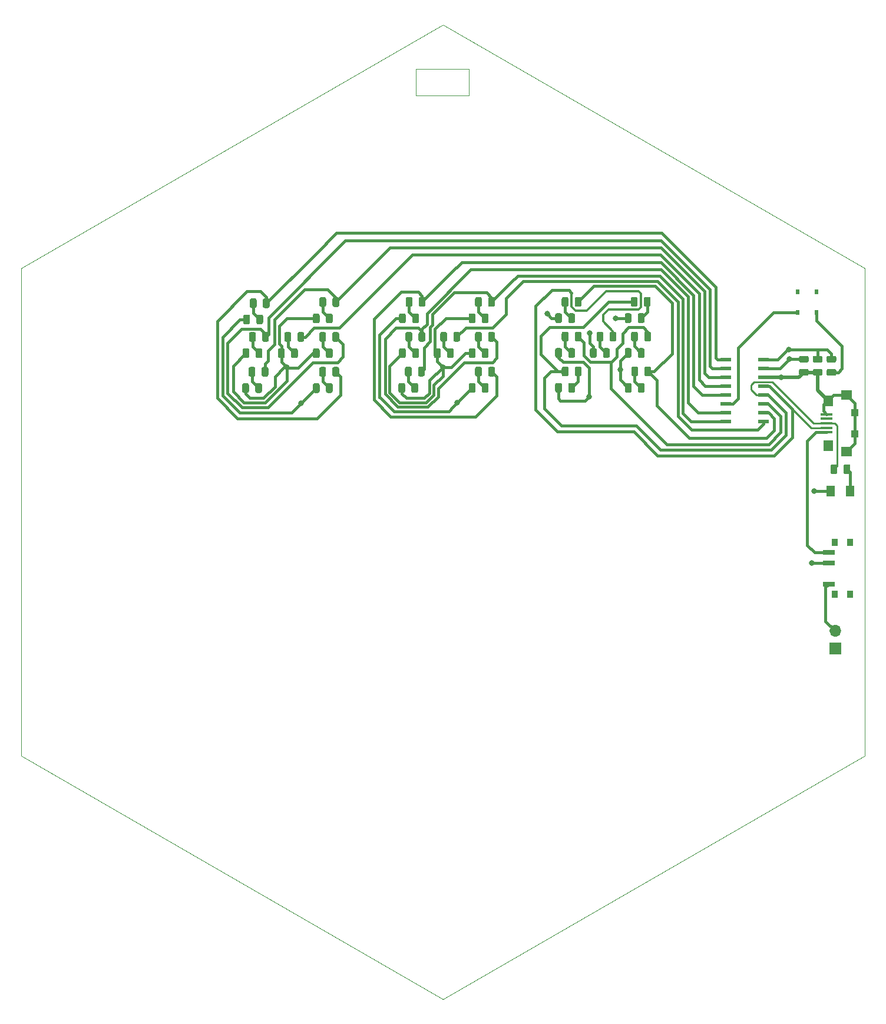
<source format=gbr>
G04 #@! TF.GenerationSoftware,KiCad,Pcbnew,(5.1.9)-1*
G04 #@! TF.CreationDate,2021-03-01T10:33:24-06:00*
G04 #@! TF.ProjectId,altbier_pcb_3d6,616c7462-6965-4725-9f70-63625f336436,1*
G04 #@! TF.SameCoordinates,Original*
G04 #@! TF.FileFunction,Copper,L1,Top*
G04 #@! TF.FilePolarity,Positive*
%FSLAX46Y46*%
G04 Gerber Fmt 4.6, Leading zero omitted, Abs format (unit mm)*
G04 Created by KiCad (PCBNEW (5.1.9)-1) date 2021-03-01 10:33:24*
%MOMM*%
%LPD*%
G01*
G04 APERTURE LIST*
G04 #@! TA.AperFunction,Profile*
%ADD10C,0.100000*%
G04 #@! TD*
G04 #@! TA.AperFunction,Profile*
%ADD11C,0.050000*%
G04 #@! TD*
G04 #@! TA.AperFunction,SMDPad,CuDef*
%ADD12R,1.250000X1.500000*%
G04 #@! TD*
G04 #@! TA.AperFunction,ComponentPad*
%ADD13R,1.700000X1.700000*%
G04 #@! TD*
G04 #@! TA.AperFunction,ComponentPad*
%ADD14O,1.700000X1.700000*%
G04 #@! TD*
G04 #@! TA.AperFunction,SMDPad,CuDef*
%ADD15R,1.700000X0.700000*%
G04 #@! TD*
G04 #@! TA.AperFunction,SMDPad,CuDef*
%ADD16R,0.900000X1.000000*%
G04 #@! TD*
G04 #@! TA.AperFunction,SMDPad,CuDef*
%ADD17R,1.500000X0.600000*%
G04 #@! TD*
G04 #@! TA.AperFunction,SMDPad,CuDef*
%ADD18R,1.000000X1.100000*%
G04 #@! TD*
G04 #@! TA.AperFunction,SMDPad,CuDef*
%ADD19R,1.500000X1.350000*%
G04 #@! TD*
G04 #@! TA.AperFunction,SMDPad,CuDef*
%ADD20R,1.800000X0.400000*%
G04 #@! TD*
G04 #@! TA.AperFunction,SMDPad,CuDef*
%ADD21R,1.400000X1.500000*%
G04 #@! TD*
G04 #@! TA.AperFunction,SMDPad,CuDef*
%ADD22R,0.600000X0.750000*%
G04 #@! TD*
G04 #@! TA.AperFunction,ViaPad*
%ADD23C,0.800000*%
G04 #@! TD*
G04 #@! TA.AperFunction,Conductor*
%ADD24C,0.400000*%
G04 #@! TD*
G04 #@! TA.AperFunction,Conductor*
%ADD25C,0.500000*%
G04 #@! TD*
G04 #@! TA.AperFunction,Conductor*
%ADD26C,0.250000*%
G04 #@! TD*
G04 #@! TA.AperFunction,Conductor*
%ADD27C,0.350000*%
G04 #@! TD*
G04 APERTURE END LIST*
D10*
X151104600Y-29286200D02*
X151104600Y-33096200D01*
X143484600Y-29286200D02*
X151104600Y-29286200D01*
X143484600Y-33096200D02*
X143484600Y-29286200D01*
X151104600Y-33096200D02*
X143484600Y-33096200D01*
D11*
X86741000Y-57889000D02*
X147362778Y-22889000D01*
X147362778Y-162889000D02*
X207984556Y-127889000D01*
X207984556Y-57889000D02*
X147362778Y-22889000D01*
X147362778Y-162889000D02*
X86741000Y-127889000D01*
X86741000Y-57889000D02*
X86741000Y-127889000D01*
X207984556Y-57889000D02*
X207984556Y-127889000D01*
D12*
G04 #@! TO.P,SW2,2*
G04 #@! TO.N,Net-(R2-Pad2)*
X205870000Y-89916000D03*
G04 #@! TO.P,SW2,1*
G04 #@! TO.N,V33*
X203070000Y-89916000D03*
G04 #@! TD*
D13*
G04 #@! TO.P,J2,1*
G04 #@! TO.N,GND*
X203708000Y-112522000D03*
D14*
G04 #@! TO.P,J2,2*
G04 #@! TO.N,BAT-PWR*
X203708000Y-109982000D03*
G04 #@! TD*
G04 #@! TO.P,C1,2*
G04 #@! TO.N,V33*
G04 #@! TA.AperFunction,SMDPad,CuDef*
G36*
G01*
X201649650Y-71432000D02*
X200737150Y-71432000D01*
G75*
G02*
X200493400Y-71188250I0J243750D01*
G01*
X200493400Y-70700750D01*
G75*
G02*
X200737150Y-70457000I243750J0D01*
G01*
X201649650Y-70457000D01*
G75*
G02*
X201893400Y-70700750I0J-243750D01*
G01*
X201893400Y-71188250D01*
G75*
G02*
X201649650Y-71432000I-243750J0D01*
G01*
G37*
G04 #@! TD.AperFunction*
G04 #@! TO.P,C1,1*
G04 #@! TO.N,GND*
G04 #@! TA.AperFunction,SMDPad,CuDef*
G36*
G01*
X201649650Y-73307000D02*
X200737150Y-73307000D01*
G75*
G02*
X200493400Y-73063250I0J243750D01*
G01*
X200493400Y-72575750D01*
G75*
G02*
X200737150Y-72332000I243750J0D01*
G01*
X201649650Y-72332000D01*
G75*
G02*
X201893400Y-72575750I0J-243750D01*
G01*
X201893400Y-73063250D01*
G75*
G02*
X201649650Y-73307000I-243750J0D01*
G01*
G37*
G04 #@! TD.AperFunction*
G04 #@! TD*
G04 #@! TO.P,C2,2*
G04 #@! TO.N,VCC*
G04 #@! TA.AperFunction,SMDPad,CuDef*
G36*
G01*
X199668450Y-71432000D02*
X198755950Y-71432000D01*
G75*
G02*
X198512200Y-71188250I0J243750D01*
G01*
X198512200Y-70700750D01*
G75*
G02*
X198755950Y-70457000I243750J0D01*
G01*
X199668450Y-70457000D01*
G75*
G02*
X199912200Y-70700750I0J-243750D01*
G01*
X199912200Y-71188250D01*
G75*
G02*
X199668450Y-71432000I-243750J0D01*
G01*
G37*
G04 #@! TD.AperFunction*
G04 #@! TO.P,C2,1*
G04 #@! TO.N,GND*
G04 #@! TA.AperFunction,SMDPad,CuDef*
G36*
G01*
X199668450Y-73307000D02*
X198755950Y-73307000D01*
G75*
G02*
X198512200Y-73063250I0J243750D01*
G01*
X198512200Y-72575750D01*
G75*
G02*
X198755950Y-72332000I243750J0D01*
G01*
X199668450Y-72332000D01*
G75*
G02*
X199912200Y-72575750I0J-243750D01*
G01*
X199912200Y-73063250D01*
G75*
G02*
X199668450Y-73307000I-243750J0D01*
G01*
G37*
G04 #@! TD.AperFunction*
G04 #@! TD*
G04 #@! TO.P,R2,2*
G04 #@! TO.N,Net-(R2-Pad2)*
G04 #@! TA.AperFunction,SMDPad,CuDef*
G36*
G01*
X204920000Y-87197250D02*
X204920000Y-86284750D01*
G75*
G02*
X205163750Y-86041000I243750J0D01*
G01*
X205651250Y-86041000D01*
G75*
G02*
X205895000Y-86284750I0J-243750D01*
G01*
X205895000Y-87197250D01*
G75*
G02*
X205651250Y-87441000I-243750J0D01*
G01*
X205163750Y-87441000D01*
G75*
G02*
X204920000Y-87197250I0J243750D01*
G01*
G37*
G04 #@! TD.AperFunction*
G04 #@! TO.P,R2,1*
G04 #@! TO.N,D+*
G04 #@! TA.AperFunction,SMDPad,CuDef*
G36*
G01*
X203045000Y-87197250D02*
X203045000Y-86284750D01*
G75*
G02*
X203288750Y-86041000I243750J0D01*
G01*
X203776250Y-86041000D01*
G75*
G02*
X204020000Y-86284750I0J-243750D01*
G01*
X204020000Y-87197250D01*
G75*
G02*
X203776250Y-87441000I-243750J0D01*
G01*
X203288750Y-87441000D01*
G75*
G02*
X203045000Y-87197250I0J243750D01*
G01*
G37*
G04 #@! TD.AperFunction*
G04 #@! TD*
G04 #@! TO.P,R3,2*
G04 #@! TO.N,V33*
G04 #@! TA.AperFunction,SMDPad,CuDef*
G36*
G01*
X203630850Y-71432000D02*
X202718350Y-71432000D01*
G75*
G02*
X202474600Y-71188250I0J243750D01*
G01*
X202474600Y-70700750D01*
G75*
G02*
X202718350Y-70457000I243750J0D01*
G01*
X203630850Y-70457000D01*
G75*
G02*
X203874600Y-70700750I0J-243750D01*
G01*
X203874600Y-71188250D01*
G75*
G02*
X203630850Y-71432000I-243750J0D01*
G01*
G37*
G04 #@! TD.AperFunction*
G04 #@! TO.P,R3,1*
G04 #@! TO.N,Net-(R3-Pad1)*
G04 #@! TA.AperFunction,SMDPad,CuDef*
G36*
G01*
X203630850Y-73307000D02*
X202718350Y-73307000D01*
G75*
G02*
X202474600Y-73063250I0J243750D01*
G01*
X202474600Y-72575750D01*
G75*
G02*
X202718350Y-72332000I243750J0D01*
G01*
X203630850Y-72332000D01*
G75*
G02*
X203874600Y-72575750I0J-243750D01*
G01*
X203874600Y-73063250D01*
G75*
G02*
X203630850Y-73307000I-243750J0D01*
G01*
G37*
G04 #@! TD.AperFunction*
G04 #@! TD*
G04 #@! TO.P,R11,2*
G04 #@! TO.N,P3.2*
G04 #@! TA.AperFunction,SMDPad,CuDef*
G36*
G01*
X121455600Y-63346650D02*
X121455600Y-62434150D01*
G75*
G02*
X121699350Y-62190400I243750J0D01*
G01*
X122186850Y-62190400D01*
G75*
G02*
X122430600Y-62434150I0J-243750D01*
G01*
X122430600Y-63346650D01*
G75*
G02*
X122186850Y-63590400I-243750J0D01*
G01*
X121699350Y-63590400D01*
G75*
G02*
X121455600Y-63346650I0J243750D01*
G01*
G37*
G04 #@! TD.AperFunction*
G04 #@! TO.P,R11,1*
G04 #@! TO.N,Net-(D11-Pad2)*
G04 #@! TA.AperFunction,SMDPad,CuDef*
G36*
G01*
X119580600Y-63346650D02*
X119580600Y-62434150D01*
G75*
G02*
X119824350Y-62190400I243750J0D01*
G01*
X120311850Y-62190400D01*
G75*
G02*
X120555600Y-62434150I0J-243750D01*
G01*
X120555600Y-63346650D01*
G75*
G02*
X120311850Y-63590400I-243750J0D01*
G01*
X119824350Y-63590400D01*
G75*
G02*
X119580600Y-63346650I0J243750D01*
G01*
G37*
G04 #@! TD.AperFunction*
G04 #@! TD*
G04 #@! TO.P,R12,2*
G04 #@! TO.N,P3.2*
G04 #@! TA.AperFunction,SMDPad,CuDef*
G36*
G01*
X131437800Y-73201850D02*
X131437800Y-72289350D01*
G75*
G02*
X131681550Y-72045600I243750J0D01*
G01*
X132169050Y-72045600D01*
G75*
G02*
X132412800Y-72289350I0J-243750D01*
G01*
X132412800Y-73201850D01*
G75*
G02*
X132169050Y-73445600I-243750J0D01*
G01*
X131681550Y-73445600D01*
G75*
G02*
X131437800Y-73201850I0J243750D01*
G01*
G37*
G04 #@! TD.AperFunction*
G04 #@! TO.P,R12,1*
G04 #@! TO.N,Net-(D12-Pad2)*
G04 #@! TA.AperFunction,SMDPad,CuDef*
G36*
G01*
X129562800Y-73201850D02*
X129562800Y-72289350D01*
G75*
G02*
X129806550Y-72045600I243750J0D01*
G01*
X130294050Y-72045600D01*
G75*
G02*
X130537800Y-72289350I0J-243750D01*
G01*
X130537800Y-73201850D01*
G75*
G02*
X130294050Y-73445600I-243750J0D01*
G01*
X129806550Y-73445600D01*
G75*
G02*
X129562800Y-73201850I0J243750D01*
G01*
G37*
G04 #@! TD.AperFunction*
G04 #@! TD*
G04 #@! TO.P,R13,2*
G04 #@! TO.N,P1.4*
G04 #@! TA.AperFunction,SMDPad,CuDef*
G36*
G01*
X121354000Y-68198050D02*
X121354000Y-67285550D01*
G75*
G02*
X121597750Y-67041800I243750J0D01*
G01*
X122085250Y-67041800D01*
G75*
G02*
X122329000Y-67285550I0J-243750D01*
G01*
X122329000Y-68198050D01*
G75*
G02*
X122085250Y-68441800I-243750J0D01*
G01*
X121597750Y-68441800D01*
G75*
G02*
X121354000Y-68198050I0J243750D01*
G01*
G37*
G04 #@! TD.AperFunction*
G04 #@! TO.P,R13,1*
G04 #@! TO.N,Net-(D13-Pad2)*
G04 #@! TA.AperFunction,SMDPad,CuDef*
G36*
G01*
X119479000Y-68198050D02*
X119479000Y-67285550D01*
G75*
G02*
X119722750Y-67041800I243750J0D01*
G01*
X120210250Y-67041800D01*
G75*
G02*
X120454000Y-67285550I0J-243750D01*
G01*
X120454000Y-68198050D01*
G75*
G02*
X120210250Y-68441800I-243750J0D01*
G01*
X119722750Y-68441800D01*
G75*
G02*
X119479000Y-68198050I0J243750D01*
G01*
G37*
G04 #@! TD.AperFunction*
G04 #@! TD*
G04 #@! TO.P,R14,2*
G04 #@! TO.N,P1.4*
G04 #@! TA.AperFunction,SMDPad,CuDef*
G36*
G01*
X131437800Y-68198050D02*
X131437800Y-67285550D01*
G75*
G02*
X131681550Y-67041800I243750J0D01*
G01*
X132169050Y-67041800D01*
G75*
G02*
X132412800Y-67285550I0J-243750D01*
G01*
X132412800Y-68198050D01*
G75*
G02*
X132169050Y-68441800I-243750J0D01*
G01*
X131681550Y-68441800D01*
G75*
G02*
X131437800Y-68198050I0J243750D01*
G01*
G37*
G04 #@! TD.AperFunction*
G04 #@! TO.P,R14,1*
G04 #@! TO.N,Net-(D14-Pad2)*
G04 #@! TA.AperFunction,SMDPad,CuDef*
G36*
G01*
X129562800Y-68198050D02*
X129562800Y-67285550D01*
G75*
G02*
X129806550Y-67041800I243750J0D01*
G01*
X130294050Y-67041800D01*
G75*
G02*
X130537800Y-67285550I0J-243750D01*
G01*
X130537800Y-68198050D01*
G75*
G02*
X130294050Y-68441800I-243750J0D01*
G01*
X129806550Y-68441800D01*
G75*
G02*
X129562800Y-68198050I0J243750D01*
G01*
G37*
G04 #@! TD.AperFunction*
G04 #@! TD*
G04 #@! TO.P,R15,2*
G04 #@! TO.N,P1.5*
G04 #@! TA.AperFunction,SMDPad,CuDef*
G36*
G01*
X121277800Y-73201850D02*
X121277800Y-72289350D01*
G75*
G02*
X121521550Y-72045600I243750J0D01*
G01*
X122009050Y-72045600D01*
G75*
G02*
X122252800Y-72289350I0J-243750D01*
G01*
X122252800Y-73201850D01*
G75*
G02*
X122009050Y-73445600I-243750J0D01*
G01*
X121521550Y-73445600D01*
G75*
G02*
X121277800Y-73201850I0J243750D01*
G01*
G37*
G04 #@! TD.AperFunction*
G04 #@! TO.P,R15,1*
G04 #@! TO.N,Net-(D15-Pad2)*
G04 #@! TA.AperFunction,SMDPad,CuDef*
G36*
G01*
X119402800Y-73201850D02*
X119402800Y-72289350D01*
G75*
G02*
X119646550Y-72045600I243750J0D01*
G01*
X120134050Y-72045600D01*
G75*
G02*
X120377800Y-72289350I0J-243750D01*
G01*
X120377800Y-73201850D01*
G75*
G02*
X120134050Y-73445600I-243750J0D01*
G01*
X119646550Y-73445600D01*
G75*
G02*
X119402800Y-73201850I0J243750D01*
G01*
G37*
G04 #@! TD.AperFunction*
G04 #@! TD*
G04 #@! TO.P,R16,2*
G04 #@! TO.N,P1.5*
G04 #@! TA.AperFunction,SMDPad,CuDef*
G36*
G01*
X131463200Y-63194250D02*
X131463200Y-62281750D01*
G75*
G02*
X131706950Y-62038000I243750J0D01*
G01*
X132194450Y-62038000D01*
G75*
G02*
X132438200Y-62281750I0J-243750D01*
G01*
X132438200Y-63194250D01*
G75*
G02*
X132194450Y-63438000I-243750J0D01*
G01*
X131706950Y-63438000D01*
G75*
G02*
X131463200Y-63194250I0J243750D01*
G01*
G37*
G04 #@! TD.AperFunction*
G04 #@! TO.P,R16,1*
G04 #@! TO.N,Net-(D16-Pad2)*
G04 #@! TA.AperFunction,SMDPad,CuDef*
G36*
G01*
X129588200Y-63194250D02*
X129588200Y-62281750D01*
G75*
G02*
X129831950Y-62038000I243750J0D01*
G01*
X130319450Y-62038000D01*
G75*
G02*
X130563200Y-62281750I0J-243750D01*
G01*
X130563200Y-63194250D01*
G75*
G02*
X130319450Y-63438000I-243750J0D01*
G01*
X129831950Y-63438000D01*
G75*
G02*
X129588200Y-63194250I0J243750D01*
G01*
G37*
G04 #@! TD.AperFunction*
G04 #@! TD*
G04 #@! TO.P,R17,2*
G04 #@! TO.N,P1.6*
G04 #@! TA.AperFunction,SMDPad,CuDef*
G36*
G01*
X126434000Y-68198050D02*
X126434000Y-67285550D01*
G75*
G02*
X126677750Y-67041800I243750J0D01*
G01*
X127165250Y-67041800D01*
G75*
G02*
X127409000Y-67285550I0J-243750D01*
G01*
X127409000Y-68198050D01*
G75*
G02*
X127165250Y-68441800I-243750J0D01*
G01*
X126677750Y-68441800D01*
G75*
G02*
X126434000Y-68198050I0J243750D01*
G01*
G37*
G04 #@! TD.AperFunction*
G04 #@! TO.P,R17,1*
G04 #@! TO.N,Net-(D17-Pad2)*
G04 #@! TA.AperFunction,SMDPad,CuDef*
G36*
G01*
X124559000Y-68198050D02*
X124559000Y-67285550D01*
G75*
G02*
X124802750Y-67041800I243750J0D01*
G01*
X125290250Y-67041800D01*
G75*
G02*
X125534000Y-67285550I0J-243750D01*
G01*
X125534000Y-68198050D01*
G75*
G02*
X125290250Y-68441800I-243750J0D01*
G01*
X124802750Y-68441800D01*
G75*
G02*
X124559000Y-68198050I0J243750D01*
G01*
G37*
G04 #@! TD.AperFunction*
G04 #@! TD*
G04 #@! TO.P,R21,2*
G04 #@! TO.N,P1.7*
G04 #@! TA.AperFunction,SMDPad,CuDef*
G36*
G01*
X143858400Y-63168850D02*
X143858400Y-62256350D01*
G75*
G02*
X144102150Y-62012600I243750J0D01*
G01*
X144589650Y-62012600D01*
G75*
G02*
X144833400Y-62256350I0J-243750D01*
G01*
X144833400Y-63168850D01*
G75*
G02*
X144589650Y-63412600I-243750J0D01*
G01*
X144102150Y-63412600D01*
G75*
G02*
X143858400Y-63168850I0J243750D01*
G01*
G37*
G04 #@! TD.AperFunction*
G04 #@! TO.P,R21,1*
G04 #@! TO.N,Net-(D21-Pad2)*
G04 #@! TA.AperFunction,SMDPad,CuDef*
G36*
G01*
X141983400Y-63168850D02*
X141983400Y-62256350D01*
G75*
G02*
X142227150Y-62012600I243750J0D01*
G01*
X142714650Y-62012600D01*
G75*
G02*
X142958400Y-62256350I0J-243750D01*
G01*
X142958400Y-63168850D01*
G75*
G02*
X142714650Y-63412600I-243750J0D01*
G01*
X142227150Y-63412600D01*
G75*
G02*
X141983400Y-63168850I0J243750D01*
G01*
G37*
G04 #@! TD.AperFunction*
G04 #@! TD*
G04 #@! TO.P,R22,2*
G04 #@! TO.N,P1.7*
G04 #@! TA.AperFunction,SMDPad,CuDef*
G36*
G01*
X153840600Y-73176450D02*
X153840600Y-72263950D01*
G75*
G02*
X154084350Y-72020200I243750J0D01*
G01*
X154571850Y-72020200D01*
G75*
G02*
X154815600Y-72263950I0J-243750D01*
G01*
X154815600Y-73176450D01*
G75*
G02*
X154571850Y-73420200I-243750J0D01*
G01*
X154084350Y-73420200D01*
G75*
G02*
X153840600Y-73176450I0J243750D01*
G01*
G37*
G04 #@! TD.AperFunction*
G04 #@! TO.P,R22,1*
G04 #@! TO.N,Net-(D22-Pad2)*
G04 #@! TA.AperFunction,SMDPad,CuDef*
G36*
G01*
X151965600Y-73176450D02*
X151965600Y-72263950D01*
G75*
G02*
X152209350Y-72020200I243750J0D01*
G01*
X152696850Y-72020200D01*
G75*
G02*
X152940600Y-72263950I0J-243750D01*
G01*
X152940600Y-73176450D01*
G75*
G02*
X152696850Y-73420200I-243750J0D01*
G01*
X152209350Y-73420200D01*
G75*
G02*
X151965600Y-73176450I0J243750D01*
G01*
G37*
G04 #@! TD.AperFunction*
G04 #@! TD*
G04 #@! TO.P,R23,2*
G04 #@! TO.N,P3.1*
G04 #@! TA.AperFunction,SMDPad,CuDef*
G36*
G01*
X143833000Y-68172650D02*
X143833000Y-67260150D01*
G75*
G02*
X144076750Y-67016400I243750J0D01*
G01*
X144564250Y-67016400D01*
G75*
G02*
X144808000Y-67260150I0J-243750D01*
G01*
X144808000Y-68172650D01*
G75*
G02*
X144564250Y-68416400I-243750J0D01*
G01*
X144076750Y-68416400D01*
G75*
G02*
X143833000Y-68172650I0J243750D01*
G01*
G37*
G04 #@! TD.AperFunction*
G04 #@! TO.P,R23,1*
G04 #@! TO.N,Net-(D23-Pad2)*
G04 #@! TA.AperFunction,SMDPad,CuDef*
G36*
G01*
X141958000Y-68172650D02*
X141958000Y-67260150D01*
G75*
G02*
X142201750Y-67016400I243750J0D01*
G01*
X142689250Y-67016400D01*
G75*
G02*
X142933000Y-67260150I0J-243750D01*
G01*
X142933000Y-68172650D01*
G75*
G02*
X142689250Y-68416400I-243750J0D01*
G01*
X142201750Y-68416400D01*
G75*
G02*
X141958000Y-68172650I0J243750D01*
G01*
G37*
G04 #@! TD.AperFunction*
G04 #@! TD*
G04 #@! TO.P,R24,2*
G04 #@! TO.N,P3.1*
G04 #@! TA.AperFunction,SMDPad,CuDef*
G36*
G01*
X153840600Y-68172650D02*
X153840600Y-67260150D01*
G75*
G02*
X154084350Y-67016400I243750J0D01*
G01*
X154571850Y-67016400D01*
G75*
G02*
X154815600Y-67260150I0J-243750D01*
G01*
X154815600Y-68172650D01*
G75*
G02*
X154571850Y-68416400I-243750J0D01*
G01*
X154084350Y-68416400D01*
G75*
G02*
X153840600Y-68172650I0J243750D01*
G01*
G37*
G04 #@! TD.AperFunction*
G04 #@! TO.P,R24,1*
G04 #@! TO.N,Net-(D24-Pad2)*
G04 #@! TA.AperFunction,SMDPad,CuDef*
G36*
G01*
X151965600Y-68172650D02*
X151965600Y-67260150D01*
G75*
G02*
X152209350Y-67016400I243750J0D01*
G01*
X152696850Y-67016400D01*
G75*
G02*
X152940600Y-67260150I0J-243750D01*
G01*
X152940600Y-68172650D01*
G75*
G02*
X152696850Y-68416400I-243750J0D01*
G01*
X152209350Y-68416400D01*
G75*
G02*
X151965600Y-68172650I0J243750D01*
G01*
G37*
G04 #@! TD.AperFunction*
G04 #@! TD*
G04 #@! TO.P,R25,2*
G04 #@! TO.N,P3.0*
G04 #@! TA.AperFunction,SMDPad,CuDef*
G36*
G01*
X143756800Y-73176450D02*
X143756800Y-72263950D01*
G75*
G02*
X144000550Y-72020200I243750J0D01*
G01*
X144488050Y-72020200D01*
G75*
G02*
X144731800Y-72263950I0J-243750D01*
G01*
X144731800Y-73176450D01*
G75*
G02*
X144488050Y-73420200I-243750J0D01*
G01*
X144000550Y-73420200D01*
G75*
G02*
X143756800Y-73176450I0J243750D01*
G01*
G37*
G04 #@! TD.AperFunction*
G04 #@! TO.P,R25,1*
G04 #@! TO.N,Net-(D25-Pad2)*
G04 #@! TA.AperFunction,SMDPad,CuDef*
G36*
G01*
X141881800Y-73176450D02*
X141881800Y-72263950D01*
G75*
G02*
X142125550Y-72020200I243750J0D01*
G01*
X142613050Y-72020200D01*
G75*
G02*
X142856800Y-72263950I0J-243750D01*
G01*
X142856800Y-73176450D01*
G75*
G02*
X142613050Y-73420200I-243750J0D01*
G01*
X142125550Y-73420200D01*
G75*
G02*
X141881800Y-73176450I0J243750D01*
G01*
G37*
G04 #@! TD.AperFunction*
G04 #@! TD*
G04 #@! TO.P,R26,2*
G04 #@! TO.N,P3.0*
G04 #@! TA.AperFunction,SMDPad,CuDef*
G36*
G01*
X153840600Y-63168850D02*
X153840600Y-62256350D01*
G75*
G02*
X154084350Y-62012600I243750J0D01*
G01*
X154571850Y-62012600D01*
G75*
G02*
X154815600Y-62256350I0J-243750D01*
G01*
X154815600Y-63168850D01*
G75*
G02*
X154571850Y-63412600I-243750J0D01*
G01*
X154084350Y-63412600D01*
G75*
G02*
X153840600Y-63168850I0J243750D01*
G01*
G37*
G04 #@! TD.AperFunction*
G04 #@! TO.P,R26,1*
G04 #@! TO.N,Net-(D26-Pad2)*
G04 #@! TA.AperFunction,SMDPad,CuDef*
G36*
G01*
X151965600Y-63168850D02*
X151965600Y-62256350D01*
G75*
G02*
X152209350Y-62012600I243750J0D01*
G01*
X152696850Y-62012600D01*
G75*
G02*
X152940600Y-62256350I0J-243750D01*
G01*
X152940600Y-63168850D01*
G75*
G02*
X152696850Y-63412600I-243750J0D01*
G01*
X152209350Y-63412600D01*
G75*
G02*
X151965600Y-63168850I0J243750D01*
G01*
G37*
G04 #@! TD.AperFunction*
G04 #@! TD*
G04 #@! TO.P,R27,2*
G04 #@! TO.N,P1.1*
G04 #@! TA.AperFunction,SMDPad,CuDef*
G36*
G01*
X148836800Y-68172650D02*
X148836800Y-67260150D01*
G75*
G02*
X149080550Y-67016400I243750J0D01*
G01*
X149568050Y-67016400D01*
G75*
G02*
X149811800Y-67260150I0J-243750D01*
G01*
X149811800Y-68172650D01*
G75*
G02*
X149568050Y-68416400I-243750J0D01*
G01*
X149080550Y-68416400D01*
G75*
G02*
X148836800Y-68172650I0J243750D01*
G01*
G37*
G04 #@! TD.AperFunction*
G04 #@! TO.P,R27,1*
G04 #@! TO.N,Net-(D27-Pad2)*
G04 #@! TA.AperFunction,SMDPad,CuDef*
G36*
G01*
X146961800Y-68172650D02*
X146961800Y-67260150D01*
G75*
G02*
X147205550Y-67016400I243750J0D01*
G01*
X147693050Y-67016400D01*
G75*
G02*
X147936800Y-67260150I0J-243750D01*
G01*
X147936800Y-68172650D01*
G75*
G02*
X147693050Y-68416400I-243750J0D01*
G01*
X147205550Y-68416400D01*
G75*
G02*
X146961800Y-68172650I0J243750D01*
G01*
G37*
G04 #@! TD.AperFunction*
G04 #@! TD*
G04 #@! TO.P,R31,2*
G04 #@! TO.N,P3.3*
G04 #@! TA.AperFunction,SMDPad,CuDef*
G36*
G01*
X166286600Y-63168850D02*
X166286600Y-62256350D01*
G75*
G02*
X166530350Y-62012600I243750J0D01*
G01*
X167017850Y-62012600D01*
G75*
G02*
X167261600Y-62256350I0J-243750D01*
G01*
X167261600Y-63168850D01*
G75*
G02*
X167017850Y-63412600I-243750J0D01*
G01*
X166530350Y-63412600D01*
G75*
G02*
X166286600Y-63168850I0J243750D01*
G01*
G37*
G04 #@! TD.AperFunction*
G04 #@! TO.P,R31,1*
G04 #@! TO.N,Net-(D31-Pad2)*
G04 #@! TA.AperFunction,SMDPad,CuDef*
G36*
G01*
X164411600Y-63168850D02*
X164411600Y-62256350D01*
G75*
G02*
X164655350Y-62012600I243750J0D01*
G01*
X165142850Y-62012600D01*
G75*
G02*
X165386600Y-62256350I0J-243750D01*
G01*
X165386600Y-63168850D01*
G75*
G02*
X165142850Y-63412600I-243750J0D01*
G01*
X164655350Y-63412600D01*
G75*
G02*
X164411600Y-63168850I0J243750D01*
G01*
G37*
G04 #@! TD.AperFunction*
G04 #@! TD*
G04 #@! TO.P,R32,2*
G04 #@! TO.N,P3.3*
G04 #@! TA.AperFunction,SMDPad,CuDef*
G36*
G01*
X176294200Y-73151050D02*
X176294200Y-72238550D01*
G75*
G02*
X176537950Y-71994800I243750J0D01*
G01*
X177025450Y-71994800D01*
G75*
G02*
X177269200Y-72238550I0J-243750D01*
G01*
X177269200Y-73151050D01*
G75*
G02*
X177025450Y-73394800I-243750J0D01*
G01*
X176537950Y-73394800D01*
G75*
G02*
X176294200Y-73151050I0J243750D01*
G01*
G37*
G04 #@! TD.AperFunction*
G04 #@! TO.P,R32,1*
G04 #@! TO.N,Net-(D32-Pad2)*
G04 #@! TA.AperFunction,SMDPad,CuDef*
G36*
G01*
X174419200Y-73151050D02*
X174419200Y-72238550D01*
G75*
G02*
X174662950Y-71994800I243750J0D01*
G01*
X175150450Y-71994800D01*
G75*
G02*
X175394200Y-72238550I0J-243750D01*
G01*
X175394200Y-73151050D01*
G75*
G02*
X175150450Y-73394800I-243750J0D01*
G01*
X174662950Y-73394800D01*
G75*
G02*
X174419200Y-73151050I0J243750D01*
G01*
G37*
G04 #@! TD.AperFunction*
G04 #@! TD*
G04 #@! TO.P,R33,2*
G04 #@! TO.N,P3.4*
G04 #@! TA.AperFunction,SMDPad,CuDef*
G36*
G01*
X166286600Y-68147250D02*
X166286600Y-67234750D01*
G75*
G02*
X166530350Y-66991000I243750J0D01*
G01*
X167017850Y-66991000D01*
G75*
G02*
X167261600Y-67234750I0J-243750D01*
G01*
X167261600Y-68147250D01*
G75*
G02*
X167017850Y-68391000I-243750J0D01*
G01*
X166530350Y-68391000D01*
G75*
G02*
X166286600Y-68147250I0J243750D01*
G01*
G37*
G04 #@! TD.AperFunction*
G04 #@! TO.P,R33,1*
G04 #@! TO.N,Net-(D33-Pad2)*
G04 #@! TA.AperFunction,SMDPad,CuDef*
G36*
G01*
X164411600Y-68147250D02*
X164411600Y-67234750D01*
G75*
G02*
X164655350Y-66991000I243750J0D01*
G01*
X165142850Y-66991000D01*
G75*
G02*
X165386600Y-67234750I0J-243750D01*
G01*
X165386600Y-68147250D01*
G75*
G02*
X165142850Y-68391000I-243750J0D01*
G01*
X164655350Y-68391000D01*
G75*
G02*
X164411600Y-68147250I0J243750D01*
G01*
G37*
G04 #@! TD.AperFunction*
G04 #@! TD*
G04 #@! TO.P,R34,2*
G04 #@! TO.N,P3.4*
G04 #@! TA.AperFunction,SMDPad,CuDef*
G36*
G01*
X176268800Y-68147250D02*
X176268800Y-67234750D01*
G75*
G02*
X176512550Y-66991000I243750J0D01*
G01*
X177000050Y-66991000D01*
G75*
G02*
X177243800Y-67234750I0J-243750D01*
G01*
X177243800Y-68147250D01*
G75*
G02*
X177000050Y-68391000I-243750J0D01*
G01*
X176512550Y-68391000D01*
G75*
G02*
X176268800Y-68147250I0J243750D01*
G01*
G37*
G04 #@! TD.AperFunction*
G04 #@! TO.P,R34,1*
G04 #@! TO.N,Net-(D34-Pad2)*
G04 #@! TA.AperFunction,SMDPad,CuDef*
G36*
G01*
X174393800Y-68147250D02*
X174393800Y-67234750D01*
G75*
G02*
X174637550Y-66991000I243750J0D01*
G01*
X175125050Y-66991000D01*
G75*
G02*
X175368800Y-67234750I0J-243750D01*
G01*
X175368800Y-68147250D01*
G75*
G02*
X175125050Y-68391000I-243750J0D01*
G01*
X174637550Y-68391000D01*
G75*
G02*
X174393800Y-68147250I0J243750D01*
G01*
G37*
G04 #@! TD.AperFunction*
G04 #@! TD*
G04 #@! TO.P,R35,2*
G04 #@! TO.N,D+*
G04 #@! TA.AperFunction,SMDPad,CuDef*
G36*
G01*
X165386600Y-72238550D02*
X165386600Y-73151050D01*
G75*
G02*
X165142850Y-73394800I-243750J0D01*
G01*
X164655350Y-73394800D01*
G75*
G02*
X164411600Y-73151050I0J243750D01*
G01*
X164411600Y-72238550D01*
G75*
G02*
X164655350Y-71994800I243750J0D01*
G01*
X165142850Y-71994800D01*
G75*
G02*
X165386600Y-72238550I0J-243750D01*
G01*
G37*
G04 #@! TD.AperFunction*
G04 #@! TO.P,R35,1*
G04 #@! TO.N,Net-(D35-Pad2)*
G04 #@! TA.AperFunction,SMDPad,CuDef*
G36*
G01*
X167261600Y-72238550D02*
X167261600Y-73151050D01*
G75*
G02*
X167017850Y-73394800I-243750J0D01*
G01*
X166530350Y-73394800D01*
G75*
G02*
X166286600Y-73151050I0J243750D01*
G01*
X166286600Y-72238550D01*
G75*
G02*
X166530350Y-71994800I243750J0D01*
G01*
X167017850Y-71994800D01*
G75*
G02*
X167261600Y-72238550I0J-243750D01*
G01*
G37*
G04 #@! TD.AperFunction*
G04 #@! TD*
G04 #@! TO.P,R36,2*
G04 #@! TO.N,D+*
G04 #@! TA.AperFunction,SMDPad,CuDef*
G36*
G01*
X175318000Y-62230950D02*
X175318000Y-63143450D01*
G75*
G02*
X175074250Y-63387200I-243750J0D01*
G01*
X174586750Y-63387200D01*
G75*
G02*
X174343000Y-63143450I0J243750D01*
G01*
X174343000Y-62230950D01*
G75*
G02*
X174586750Y-61987200I243750J0D01*
G01*
X175074250Y-61987200D01*
G75*
G02*
X175318000Y-62230950I0J-243750D01*
G01*
G37*
G04 #@! TD.AperFunction*
G04 #@! TO.P,R36,1*
G04 #@! TO.N,Net-(D36-Pad2)*
G04 #@! TA.AperFunction,SMDPad,CuDef*
G36*
G01*
X177193000Y-62230950D02*
X177193000Y-63143450D01*
G75*
G02*
X176949250Y-63387200I-243750J0D01*
G01*
X176461750Y-63387200D01*
G75*
G02*
X176218000Y-63143450I0J243750D01*
G01*
X176218000Y-62230950D01*
G75*
G02*
X176461750Y-61987200I243750J0D01*
G01*
X176949250Y-61987200D01*
G75*
G02*
X177193000Y-62230950I0J-243750D01*
G01*
G37*
G04 #@! TD.AperFunction*
G04 #@! TD*
G04 #@! TO.P,R37,2*
G04 #@! TO.N,D-*
G04 #@! TA.AperFunction,SMDPad,CuDef*
G36*
G01*
X171290400Y-68147250D02*
X171290400Y-67234750D01*
G75*
G02*
X171534150Y-66991000I243750J0D01*
G01*
X172021650Y-66991000D01*
G75*
G02*
X172265400Y-67234750I0J-243750D01*
G01*
X172265400Y-68147250D01*
G75*
G02*
X172021650Y-68391000I-243750J0D01*
G01*
X171534150Y-68391000D01*
G75*
G02*
X171290400Y-68147250I0J243750D01*
G01*
G37*
G04 #@! TD.AperFunction*
G04 #@! TO.P,R37,1*
G04 #@! TO.N,Net-(D37-Pad2)*
G04 #@! TA.AperFunction,SMDPad,CuDef*
G36*
G01*
X169415400Y-68147250D02*
X169415400Y-67234750D01*
G75*
G02*
X169659150Y-66991000I243750J0D01*
G01*
X170146650Y-66991000D01*
G75*
G02*
X170390400Y-67234750I0J-243750D01*
G01*
X170390400Y-68147250D01*
G75*
G02*
X170146650Y-68391000I-243750J0D01*
G01*
X169659150Y-68391000D01*
G75*
G02*
X169415400Y-68147250I0J243750D01*
G01*
G37*
G04 #@! TD.AperFunction*
G04 #@! TD*
G04 #@! TO.P,D31,2*
G04 #@! TO.N,Net-(D31-Pad2)*
G04 #@! TA.AperFunction,SMDPad,CuDef*
G36*
G01*
X165351000Y-65499450D02*
X165351000Y-64586950D01*
G75*
G02*
X165594750Y-64343200I243750J0D01*
G01*
X166082250Y-64343200D01*
G75*
G02*
X166326000Y-64586950I0J-243750D01*
G01*
X166326000Y-65499450D01*
G75*
G02*
X166082250Y-65743200I-243750J0D01*
G01*
X165594750Y-65743200D01*
G75*
G02*
X165351000Y-65499450I0J243750D01*
G01*
G37*
G04 #@! TD.AperFunction*
G04 #@! TO.P,D31,1*
G04 #@! TO.N,GND*
G04 #@! TA.AperFunction,SMDPad,CuDef*
G36*
G01*
X163476000Y-65499450D02*
X163476000Y-64586950D01*
G75*
G02*
X163719750Y-64343200I243750J0D01*
G01*
X164207250Y-64343200D01*
G75*
G02*
X164451000Y-64586950I0J-243750D01*
G01*
X164451000Y-65499450D01*
G75*
G02*
X164207250Y-65743200I-243750J0D01*
G01*
X163719750Y-65743200D01*
G75*
G02*
X163476000Y-65499450I0J243750D01*
G01*
G37*
G04 #@! TD.AperFunction*
G04 #@! TD*
G04 #@! TO.P,D32,2*
G04 #@! TO.N,Net-(D32-Pad2)*
G04 #@! TA.AperFunction,SMDPad,CuDef*
G36*
G01*
X175351000Y-75499450D02*
X175351000Y-74586950D01*
G75*
G02*
X175594750Y-74343200I243750J0D01*
G01*
X176082250Y-74343200D01*
G75*
G02*
X176326000Y-74586950I0J-243750D01*
G01*
X176326000Y-75499450D01*
G75*
G02*
X176082250Y-75743200I-243750J0D01*
G01*
X175594750Y-75743200D01*
G75*
G02*
X175351000Y-75499450I0J243750D01*
G01*
G37*
G04 #@! TD.AperFunction*
G04 #@! TO.P,D32,1*
G04 #@! TO.N,GND*
G04 #@! TA.AperFunction,SMDPad,CuDef*
G36*
G01*
X173476000Y-75499450D02*
X173476000Y-74586950D01*
G75*
G02*
X173719750Y-74343200I243750J0D01*
G01*
X174207250Y-74343200D01*
G75*
G02*
X174451000Y-74586950I0J-243750D01*
G01*
X174451000Y-75499450D01*
G75*
G02*
X174207250Y-75743200I-243750J0D01*
G01*
X173719750Y-75743200D01*
G75*
G02*
X173476000Y-75499450I0J243750D01*
G01*
G37*
G04 #@! TD.AperFunction*
G04 #@! TD*
G04 #@! TO.P,D33,2*
G04 #@! TO.N,Net-(D33-Pad2)*
G04 #@! TA.AperFunction,SMDPad,CuDef*
G36*
G01*
X165351000Y-70499450D02*
X165351000Y-69586950D01*
G75*
G02*
X165594750Y-69343200I243750J0D01*
G01*
X166082250Y-69343200D01*
G75*
G02*
X166326000Y-69586950I0J-243750D01*
G01*
X166326000Y-70499450D01*
G75*
G02*
X166082250Y-70743200I-243750J0D01*
G01*
X165594750Y-70743200D01*
G75*
G02*
X165351000Y-70499450I0J243750D01*
G01*
G37*
G04 #@! TD.AperFunction*
G04 #@! TO.P,D33,1*
G04 #@! TO.N,GND*
G04 #@! TA.AperFunction,SMDPad,CuDef*
G36*
G01*
X163476000Y-70499450D02*
X163476000Y-69586950D01*
G75*
G02*
X163719750Y-69343200I243750J0D01*
G01*
X164207250Y-69343200D01*
G75*
G02*
X164451000Y-69586950I0J-243750D01*
G01*
X164451000Y-70499450D01*
G75*
G02*
X164207250Y-70743200I-243750J0D01*
G01*
X163719750Y-70743200D01*
G75*
G02*
X163476000Y-70499450I0J243750D01*
G01*
G37*
G04 #@! TD.AperFunction*
G04 #@! TD*
G04 #@! TO.P,D34,2*
G04 #@! TO.N,Net-(D34-Pad2)*
G04 #@! TA.AperFunction,SMDPad,CuDef*
G36*
G01*
X175351000Y-70499450D02*
X175351000Y-69586950D01*
G75*
G02*
X175594750Y-69343200I243750J0D01*
G01*
X176082250Y-69343200D01*
G75*
G02*
X176326000Y-69586950I0J-243750D01*
G01*
X176326000Y-70499450D01*
G75*
G02*
X176082250Y-70743200I-243750J0D01*
G01*
X175594750Y-70743200D01*
G75*
G02*
X175351000Y-70499450I0J243750D01*
G01*
G37*
G04 #@! TD.AperFunction*
G04 #@! TO.P,D34,1*
G04 #@! TO.N,GND*
G04 #@! TA.AperFunction,SMDPad,CuDef*
G36*
G01*
X173476000Y-70499450D02*
X173476000Y-69586950D01*
G75*
G02*
X173719750Y-69343200I243750J0D01*
G01*
X174207250Y-69343200D01*
G75*
G02*
X174451000Y-69586950I0J-243750D01*
G01*
X174451000Y-70499450D01*
G75*
G02*
X174207250Y-70743200I-243750J0D01*
G01*
X173719750Y-70743200D01*
G75*
G02*
X173476000Y-70499450I0J243750D01*
G01*
G37*
G04 #@! TD.AperFunction*
G04 #@! TD*
G04 #@! TO.P,D35,2*
G04 #@! TO.N,Net-(D35-Pad2)*
G04 #@! TA.AperFunction,SMDPad,CuDef*
G36*
G01*
X165351000Y-75499450D02*
X165351000Y-74586950D01*
G75*
G02*
X165594750Y-74343200I243750J0D01*
G01*
X166082250Y-74343200D01*
G75*
G02*
X166326000Y-74586950I0J-243750D01*
G01*
X166326000Y-75499450D01*
G75*
G02*
X166082250Y-75743200I-243750J0D01*
G01*
X165594750Y-75743200D01*
G75*
G02*
X165351000Y-75499450I0J243750D01*
G01*
G37*
G04 #@! TD.AperFunction*
G04 #@! TO.P,D35,1*
G04 #@! TO.N,GND*
G04 #@! TA.AperFunction,SMDPad,CuDef*
G36*
G01*
X163476000Y-75499450D02*
X163476000Y-74586950D01*
G75*
G02*
X163719750Y-74343200I243750J0D01*
G01*
X164207250Y-74343200D01*
G75*
G02*
X164451000Y-74586950I0J-243750D01*
G01*
X164451000Y-75499450D01*
G75*
G02*
X164207250Y-75743200I-243750J0D01*
G01*
X163719750Y-75743200D01*
G75*
G02*
X163476000Y-75499450I0J243750D01*
G01*
G37*
G04 #@! TD.AperFunction*
G04 #@! TD*
G04 #@! TO.P,D36,2*
G04 #@! TO.N,Net-(D36-Pad2)*
G04 #@! TA.AperFunction,SMDPad,CuDef*
G36*
G01*
X175351000Y-65499450D02*
X175351000Y-64586950D01*
G75*
G02*
X175594750Y-64343200I243750J0D01*
G01*
X176082250Y-64343200D01*
G75*
G02*
X176326000Y-64586950I0J-243750D01*
G01*
X176326000Y-65499450D01*
G75*
G02*
X176082250Y-65743200I-243750J0D01*
G01*
X175594750Y-65743200D01*
G75*
G02*
X175351000Y-65499450I0J243750D01*
G01*
G37*
G04 #@! TD.AperFunction*
G04 #@! TO.P,D36,1*
G04 #@! TO.N,GND*
G04 #@! TA.AperFunction,SMDPad,CuDef*
G36*
G01*
X173476000Y-65499450D02*
X173476000Y-64586950D01*
G75*
G02*
X173719750Y-64343200I243750J0D01*
G01*
X174207250Y-64343200D01*
G75*
G02*
X174451000Y-64586950I0J-243750D01*
G01*
X174451000Y-65499450D01*
G75*
G02*
X174207250Y-65743200I-243750J0D01*
G01*
X173719750Y-65743200D01*
G75*
G02*
X173476000Y-65499450I0J243750D01*
G01*
G37*
G04 #@! TD.AperFunction*
G04 #@! TD*
G04 #@! TO.P,D37,2*
G04 #@! TO.N,Net-(D37-Pad2)*
G04 #@! TA.AperFunction,SMDPad,CuDef*
G36*
G01*
X170351000Y-70499450D02*
X170351000Y-69586950D01*
G75*
G02*
X170594750Y-69343200I243750J0D01*
G01*
X171082250Y-69343200D01*
G75*
G02*
X171326000Y-69586950I0J-243750D01*
G01*
X171326000Y-70499450D01*
G75*
G02*
X171082250Y-70743200I-243750J0D01*
G01*
X170594750Y-70743200D01*
G75*
G02*
X170351000Y-70499450I0J243750D01*
G01*
G37*
G04 #@! TD.AperFunction*
G04 #@! TO.P,D37,1*
G04 #@! TO.N,GND*
G04 #@! TA.AperFunction,SMDPad,CuDef*
G36*
G01*
X168476000Y-70499450D02*
X168476000Y-69586950D01*
G75*
G02*
X168719750Y-69343200I243750J0D01*
G01*
X169207250Y-69343200D01*
G75*
G02*
X169451000Y-69586950I0J-243750D01*
G01*
X169451000Y-70499450D01*
G75*
G02*
X169207250Y-70743200I-243750J0D01*
G01*
X168719750Y-70743200D01*
G75*
G02*
X168476000Y-70499450I0J243750D01*
G01*
G37*
G04 #@! TD.AperFunction*
G04 #@! TD*
G04 #@! TO.P,D21,2*
G04 #@! TO.N,Net-(D21-Pad2)*
G04 #@! TA.AperFunction,SMDPad,CuDef*
G36*
G01*
X142913350Y-65522606D02*
X142913350Y-64610106D01*
G75*
G02*
X143157100Y-64366356I243750J0D01*
G01*
X143644600Y-64366356D01*
G75*
G02*
X143888350Y-64610106I0J-243750D01*
G01*
X143888350Y-65522606D01*
G75*
G02*
X143644600Y-65766356I-243750J0D01*
G01*
X143157100Y-65766356D01*
G75*
G02*
X142913350Y-65522606I0J243750D01*
G01*
G37*
G04 #@! TD.AperFunction*
G04 #@! TO.P,D21,1*
G04 #@! TO.N,GND*
G04 #@! TA.AperFunction,SMDPad,CuDef*
G36*
G01*
X141038350Y-65522606D02*
X141038350Y-64610106D01*
G75*
G02*
X141282100Y-64366356I243750J0D01*
G01*
X141769600Y-64366356D01*
G75*
G02*
X142013350Y-64610106I0J-243750D01*
G01*
X142013350Y-65522606D01*
G75*
G02*
X141769600Y-65766356I-243750J0D01*
G01*
X141282100Y-65766356D01*
G75*
G02*
X141038350Y-65522606I0J243750D01*
G01*
G37*
G04 #@! TD.AperFunction*
G04 #@! TD*
G04 #@! TO.P,D22,2*
G04 #@! TO.N,Net-(D22-Pad2)*
G04 #@! TA.AperFunction,SMDPad,CuDef*
G36*
G01*
X152913350Y-75522606D02*
X152913350Y-74610106D01*
G75*
G02*
X153157100Y-74366356I243750J0D01*
G01*
X153644600Y-74366356D01*
G75*
G02*
X153888350Y-74610106I0J-243750D01*
G01*
X153888350Y-75522606D01*
G75*
G02*
X153644600Y-75766356I-243750J0D01*
G01*
X153157100Y-75766356D01*
G75*
G02*
X152913350Y-75522606I0J243750D01*
G01*
G37*
G04 #@! TD.AperFunction*
G04 #@! TO.P,D22,1*
G04 #@! TO.N,GND*
G04 #@! TA.AperFunction,SMDPad,CuDef*
G36*
G01*
X151038350Y-75522606D02*
X151038350Y-74610106D01*
G75*
G02*
X151282100Y-74366356I243750J0D01*
G01*
X151769600Y-74366356D01*
G75*
G02*
X152013350Y-74610106I0J-243750D01*
G01*
X152013350Y-75522606D01*
G75*
G02*
X151769600Y-75766356I-243750J0D01*
G01*
X151282100Y-75766356D01*
G75*
G02*
X151038350Y-75522606I0J243750D01*
G01*
G37*
G04 #@! TD.AperFunction*
G04 #@! TD*
G04 #@! TO.P,D23,2*
G04 #@! TO.N,Net-(D23-Pad2)*
G04 #@! TA.AperFunction,SMDPad,CuDef*
G36*
G01*
X142913350Y-70522606D02*
X142913350Y-69610106D01*
G75*
G02*
X143157100Y-69366356I243750J0D01*
G01*
X143644600Y-69366356D01*
G75*
G02*
X143888350Y-69610106I0J-243750D01*
G01*
X143888350Y-70522606D01*
G75*
G02*
X143644600Y-70766356I-243750J0D01*
G01*
X143157100Y-70766356D01*
G75*
G02*
X142913350Y-70522606I0J243750D01*
G01*
G37*
G04 #@! TD.AperFunction*
G04 #@! TO.P,D23,1*
G04 #@! TO.N,GND*
G04 #@! TA.AperFunction,SMDPad,CuDef*
G36*
G01*
X141038350Y-70522606D02*
X141038350Y-69610106D01*
G75*
G02*
X141282100Y-69366356I243750J0D01*
G01*
X141769600Y-69366356D01*
G75*
G02*
X142013350Y-69610106I0J-243750D01*
G01*
X142013350Y-70522606D01*
G75*
G02*
X141769600Y-70766356I-243750J0D01*
G01*
X141282100Y-70766356D01*
G75*
G02*
X141038350Y-70522606I0J243750D01*
G01*
G37*
G04 #@! TD.AperFunction*
G04 #@! TD*
G04 #@! TO.P,D24,2*
G04 #@! TO.N,Net-(D24-Pad2)*
G04 #@! TA.AperFunction,SMDPad,CuDef*
G36*
G01*
X152913350Y-70522606D02*
X152913350Y-69610106D01*
G75*
G02*
X153157100Y-69366356I243750J0D01*
G01*
X153644600Y-69366356D01*
G75*
G02*
X153888350Y-69610106I0J-243750D01*
G01*
X153888350Y-70522606D01*
G75*
G02*
X153644600Y-70766356I-243750J0D01*
G01*
X153157100Y-70766356D01*
G75*
G02*
X152913350Y-70522606I0J243750D01*
G01*
G37*
G04 #@! TD.AperFunction*
G04 #@! TO.P,D24,1*
G04 #@! TO.N,GND*
G04 #@! TA.AperFunction,SMDPad,CuDef*
G36*
G01*
X151038350Y-70522606D02*
X151038350Y-69610106D01*
G75*
G02*
X151282100Y-69366356I243750J0D01*
G01*
X151769600Y-69366356D01*
G75*
G02*
X152013350Y-69610106I0J-243750D01*
G01*
X152013350Y-70522606D01*
G75*
G02*
X151769600Y-70766356I-243750J0D01*
G01*
X151282100Y-70766356D01*
G75*
G02*
X151038350Y-70522606I0J243750D01*
G01*
G37*
G04 #@! TD.AperFunction*
G04 #@! TD*
G04 #@! TO.P,D25,2*
G04 #@! TO.N,Net-(D25-Pad2)*
G04 #@! TA.AperFunction,SMDPad,CuDef*
G36*
G01*
X142813350Y-75522606D02*
X142813350Y-74610106D01*
G75*
G02*
X143057100Y-74366356I243750J0D01*
G01*
X143544600Y-74366356D01*
G75*
G02*
X143788350Y-74610106I0J-243750D01*
G01*
X143788350Y-75522606D01*
G75*
G02*
X143544600Y-75766356I-243750J0D01*
G01*
X143057100Y-75766356D01*
G75*
G02*
X142813350Y-75522606I0J243750D01*
G01*
G37*
G04 #@! TD.AperFunction*
G04 #@! TO.P,D25,1*
G04 #@! TO.N,GND*
G04 #@! TA.AperFunction,SMDPad,CuDef*
G36*
G01*
X140938350Y-75522606D02*
X140938350Y-74610106D01*
G75*
G02*
X141182100Y-74366356I243750J0D01*
G01*
X141669600Y-74366356D01*
G75*
G02*
X141913350Y-74610106I0J-243750D01*
G01*
X141913350Y-75522606D01*
G75*
G02*
X141669600Y-75766356I-243750J0D01*
G01*
X141182100Y-75766356D01*
G75*
G02*
X140938350Y-75522606I0J243750D01*
G01*
G37*
G04 #@! TD.AperFunction*
G04 #@! TD*
G04 #@! TO.P,D26,2*
G04 #@! TO.N,Net-(D26-Pad2)*
G04 #@! TA.AperFunction,SMDPad,CuDef*
G36*
G01*
X152913350Y-65522606D02*
X152913350Y-64610106D01*
G75*
G02*
X153157100Y-64366356I243750J0D01*
G01*
X153644600Y-64366356D01*
G75*
G02*
X153888350Y-64610106I0J-243750D01*
G01*
X153888350Y-65522606D01*
G75*
G02*
X153644600Y-65766356I-243750J0D01*
G01*
X153157100Y-65766356D01*
G75*
G02*
X152913350Y-65522606I0J243750D01*
G01*
G37*
G04 #@! TD.AperFunction*
G04 #@! TO.P,D26,1*
G04 #@! TO.N,GND*
G04 #@! TA.AperFunction,SMDPad,CuDef*
G36*
G01*
X151038350Y-65522606D02*
X151038350Y-64610106D01*
G75*
G02*
X151282100Y-64366356I243750J0D01*
G01*
X151769600Y-64366356D01*
G75*
G02*
X152013350Y-64610106I0J-243750D01*
G01*
X152013350Y-65522606D01*
G75*
G02*
X151769600Y-65766356I-243750J0D01*
G01*
X151282100Y-65766356D01*
G75*
G02*
X151038350Y-65522606I0J243750D01*
G01*
G37*
G04 #@! TD.AperFunction*
G04 #@! TD*
G04 #@! TO.P,D27,2*
G04 #@! TO.N,Net-(D27-Pad2)*
G04 #@! TA.AperFunction,SMDPad,CuDef*
G36*
G01*
X147913350Y-70522606D02*
X147913350Y-69610106D01*
G75*
G02*
X148157100Y-69366356I243750J0D01*
G01*
X148644600Y-69366356D01*
G75*
G02*
X148888350Y-69610106I0J-243750D01*
G01*
X148888350Y-70522606D01*
G75*
G02*
X148644600Y-70766356I-243750J0D01*
G01*
X148157100Y-70766356D01*
G75*
G02*
X147913350Y-70522606I0J243750D01*
G01*
G37*
G04 #@! TD.AperFunction*
G04 #@! TO.P,D27,1*
G04 #@! TO.N,GND*
G04 #@! TA.AperFunction,SMDPad,CuDef*
G36*
G01*
X146038350Y-70522606D02*
X146038350Y-69610106D01*
G75*
G02*
X146282100Y-69366356I243750J0D01*
G01*
X146769600Y-69366356D01*
G75*
G02*
X147013350Y-69610106I0J-243750D01*
G01*
X147013350Y-70522606D01*
G75*
G02*
X146769600Y-70766356I-243750J0D01*
G01*
X146282100Y-70766356D01*
G75*
G02*
X146038350Y-70522606I0J243750D01*
G01*
G37*
G04 #@! TD.AperFunction*
G04 #@! TD*
G04 #@! TO.P,D11,2*
G04 #@! TO.N,Net-(D11-Pad2)*
G04 #@! TA.AperFunction,SMDPad,CuDef*
G36*
G01*
X120517300Y-65687550D02*
X120517300Y-64775050D01*
G75*
G02*
X120761050Y-64531300I243750J0D01*
G01*
X121248550Y-64531300D01*
G75*
G02*
X121492300Y-64775050I0J-243750D01*
G01*
X121492300Y-65687550D01*
G75*
G02*
X121248550Y-65931300I-243750J0D01*
G01*
X120761050Y-65931300D01*
G75*
G02*
X120517300Y-65687550I0J243750D01*
G01*
G37*
G04 #@! TD.AperFunction*
G04 #@! TO.P,D11,1*
G04 #@! TO.N,GND*
G04 #@! TA.AperFunction,SMDPad,CuDef*
G36*
G01*
X118642300Y-65687550D02*
X118642300Y-64775050D01*
G75*
G02*
X118886050Y-64531300I243750J0D01*
G01*
X119373550Y-64531300D01*
G75*
G02*
X119617300Y-64775050I0J-243750D01*
G01*
X119617300Y-65687550D01*
G75*
G02*
X119373550Y-65931300I-243750J0D01*
G01*
X118886050Y-65931300D01*
G75*
G02*
X118642300Y-65687550I0J243750D01*
G01*
G37*
G04 #@! TD.AperFunction*
G04 #@! TD*
G04 #@! TO.P,D12,2*
G04 #@! TO.N,Net-(D12-Pad2)*
G04 #@! TA.AperFunction,SMDPad,CuDef*
G36*
G01*
X130517300Y-75537550D02*
X130517300Y-74625050D01*
G75*
G02*
X130761050Y-74381300I243750J0D01*
G01*
X131248550Y-74381300D01*
G75*
G02*
X131492300Y-74625050I0J-243750D01*
G01*
X131492300Y-75537550D01*
G75*
G02*
X131248550Y-75781300I-243750J0D01*
G01*
X130761050Y-75781300D01*
G75*
G02*
X130517300Y-75537550I0J243750D01*
G01*
G37*
G04 #@! TD.AperFunction*
G04 #@! TO.P,D12,1*
G04 #@! TO.N,GND*
G04 #@! TA.AperFunction,SMDPad,CuDef*
G36*
G01*
X128642300Y-75537550D02*
X128642300Y-74625050D01*
G75*
G02*
X128886050Y-74381300I243750J0D01*
G01*
X129373550Y-74381300D01*
G75*
G02*
X129617300Y-74625050I0J-243750D01*
G01*
X129617300Y-75537550D01*
G75*
G02*
X129373550Y-75781300I-243750J0D01*
G01*
X128886050Y-75781300D01*
G75*
G02*
X128642300Y-75537550I0J243750D01*
G01*
G37*
G04 #@! TD.AperFunction*
G04 #@! TD*
G04 #@! TO.P,D13,2*
G04 #@! TO.N,Net-(D13-Pad2)*
G04 #@! TA.AperFunction,SMDPad,CuDef*
G36*
G01*
X120417300Y-70537550D02*
X120417300Y-69625050D01*
G75*
G02*
X120661050Y-69381300I243750J0D01*
G01*
X121148550Y-69381300D01*
G75*
G02*
X121392300Y-69625050I0J-243750D01*
G01*
X121392300Y-70537550D01*
G75*
G02*
X121148550Y-70781300I-243750J0D01*
G01*
X120661050Y-70781300D01*
G75*
G02*
X120417300Y-70537550I0J243750D01*
G01*
G37*
G04 #@! TD.AperFunction*
G04 #@! TO.P,D13,1*
G04 #@! TO.N,GND*
G04 #@! TA.AperFunction,SMDPad,CuDef*
G36*
G01*
X118542300Y-70537550D02*
X118542300Y-69625050D01*
G75*
G02*
X118786050Y-69381300I243750J0D01*
G01*
X119273550Y-69381300D01*
G75*
G02*
X119517300Y-69625050I0J-243750D01*
G01*
X119517300Y-70537550D01*
G75*
G02*
X119273550Y-70781300I-243750J0D01*
G01*
X118786050Y-70781300D01*
G75*
G02*
X118542300Y-70537550I0J243750D01*
G01*
G37*
G04 #@! TD.AperFunction*
G04 #@! TD*
G04 #@! TO.P,D14,2*
G04 #@! TO.N,Net-(D14-Pad2)*
G04 #@! TA.AperFunction,SMDPad,CuDef*
G36*
G01*
X130517300Y-70537550D02*
X130517300Y-69625050D01*
G75*
G02*
X130761050Y-69381300I243750J0D01*
G01*
X131248550Y-69381300D01*
G75*
G02*
X131492300Y-69625050I0J-243750D01*
G01*
X131492300Y-70537550D01*
G75*
G02*
X131248550Y-70781300I-243750J0D01*
G01*
X130761050Y-70781300D01*
G75*
G02*
X130517300Y-70537550I0J243750D01*
G01*
G37*
G04 #@! TD.AperFunction*
G04 #@! TO.P,D14,1*
G04 #@! TO.N,GND*
G04 #@! TA.AperFunction,SMDPad,CuDef*
G36*
G01*
X128642300Y-70537550D02*
X128642300Y-69625050D01*
G75*
G02*
X128886050Y-69381300I243750J0D01*
G01*
X129373550Y-69381300D01*
G75*
G02*
X129617300Y-69625050I0J-243750D01*
G01*
X129617300Y-70537550D01*
G75*
G02*
X129373550Y-70781300I-243750J0D01*
G01*
X128886050Y-70781300D01*
G75*
G02*
X128642300Y-70537550I0J243750D01*
G01*
G37*
G04 #@! TD.AperFunction*
G04 #@! TD*
G04 #@! TO.P,D15,2*
G04 #@! TO.N,Net-(D15-Pad2)*
G04 #@! TA.AperFunction,SMDPad,CuDef*
G36*
G01*
X120367300Y-75537550D02*
X120367300Y-74625050D01*
G75*
G02*
X120611050Y-74381300I243750J0D01*
G01*
X121098550Y-74381300D01*
G75*
G02*
X121342300Y-74625050I0J-243750D01*
G01*
X121342300Y-75537550D01*
G75*
G02*
X121098550Y-75781300I-243750J0D01*
G01*
X120611050Y-75781300D01*
G75*
G02*
X120367300Y-75537550I0J243750D01*
G01*
G37*
G04 #@! TD.AperFunction*
G04 #@! TO.P,D15,1*
G04 #@! TO.N,GND*
G04 #@! TA.AperFunction,SMDPad,CuDef*
G36*
G01*
X118492300Y-75537550D02*
X118492300Y-74625050D01*
G75*
G02*
X118736050Y-74381300I243750J0D01*
G01*
X119223550Y-74381300D01*
G75*
G02*
X119467300Y-74625050I0J-243750D01*
G01*
X119467300Y-75537550D01*
G75*
G02*
X119223550Y-75781300I-243750J0D01*
G01*
X118736050Y-75781300D01*
G75*
G02*
X118492300Y-75537550I0J243750D01*
G01*
G37*
G04 #@! TD.AperFunction*
G04 #@! TD*
G04 #@! TO.P,D16,2*
G04 #@! TO.N,Net-(D16-Pad2)*
G04 #@! TA.AperFunction,SMDPad,CuDef*
G36*
G01*
X130517300Y-65537550D02*
X130517300Y-64625050D01*
G75*
G02*
X130761050Y-64381300I243750J0D01*
G01*
X131248550Y-64381300D01*
G75*
G02*
X131492300Y-64625050I0J-243750D01*
G01*
X131492300Y-65537550D01*
G75*
G02*
X131248550Y-65781300I-243750J0D01*
G01*
X130761050Y-65781300D01*
G75*
G02*
X130517300Y-65537550I0J243750D01*
G01*
G37*
G04 #@! TD.AperFunction*
G04 #@! TO.P,D16,1*
G04 #@! TO.N,GND*
G04 #@! TA.AperFunction,SMDPad,CuDef*
G36*
G01*
X128642300Y-65537550D02*
X128642300Y-64625050D01*
G75*
G02*
X128886050Y-64381300I243750J0D01*
G01*
X129373550Y-64381300D01*
G75*
G02*
X129617300Y-64625050I0J-243750D01*
G01*
X129617300Y-65537550D01*
G75*
G02*
X129373550Y-65781300I-243750J0D01*
G01*
X128886050Y-65781300D01*
G75*
G02*
X128642300Y-65537550I0J243750D01*
G01*
G37*
G04 #@! TD.AperFunction*
G04 #@! TD*
G04 #@! TO.P,D17,2*
G04 #@! TO.N,Net-(D17-Pad2)*
G04 #@! TA.AperFunction,SMDPad,CuDef*
G36*
G01*
X125517300Y-70537550D02*
X125517300Y-69625050D01*
G75*
G02*
X125761050Y-69381300I243750J0D01*
G01*
X126248550Y-69381300D01*
G75*
G02*
X126492300Y-69625050I0J-243750D01*
G01*
X126492300Y-70537550D01*
G75*
G02*
X126248550Y-70781300I-243750J0D01*
G01*
X125761050Y-70781300D01*
G75*
G02*
X125517300Y-70537550I0J243750D01*
G01*
G37*
G04 #@! TD.AperFunction*
G04 #@! TO.P,D17,1*
G04 #@! TO.N,GND*
G04 #@! TA.AperFunction,SMDPad,CuDef*
G36*
G01*
X123642300Y-70537550D02*
X123642300Y-69625050D01*
G75*
G02*
X123886050Y-69381300I243750J0D01*
G01*
X124373550Y-69381300D01*
G75*
G02*
X124617300Y-69625050I0J-243750D01*
G01*
X124617300Y-70537550D01*
G75*
G02*
X124373550Y-70781300I-243750J0D01*
G01*
X123886050Y-70781300D01*
G75*
G02*
X123642300Y-70537550I0J243750D01*
G01*
G37*
G04 #@! TD.AperFunction*
G04 #@! TD*
D15*
G04 #@! TO.P,SW1,1*
G04 #@! TO.N,BAT-PWR*
X202767000Y-103215000D03*
G04 #@! TO.P,SW1,2*
G04 #@! TO.N,VCC*
X202767000Y-100215000D03*
G04 #@! TO.P,SW1,3*
G04 #@! TO.N,USB-PWR*
X202767000Y-98715000D03*
D16*
G04 #@! TO.P,SW1,*
G04 #@! TO.N,*
X205827000Y-104665000D03*
X205827000Y-97265000D03*
X203617000Y-97265000D03*
X203617000Y-104665000D03*
G04 #@! TD*
D17*
G04 #@! TO.P,IC1,16*
G04 #@! TO.N,V33*
X193428600Y-70993000D03*
G04 #@! TO.P,IC1,15*
G04 #@! TO.N,VCC*
X193428600Y-72263000D03*
G04 #@! TO.P,IC1,14*
G04 #@! TO.N,GND*
X193428600Y-73533000D03*
G04 #@! TO.P,IC1,13*
G04 #@! TO.N,D-*
X193428600Y-74803000D03*
G04 #@! TO.P,IC1,12*
G04 #@! TO.N,D+*
X193428600Y-76073000D03*
G04 #@! TO.P,IC1,11*
G04 #@! TO.N,P3.4*
X193428600Y-77343000D03*
G04 #@! TO.P,IC1,10*
G04 #@! TO.N,P3.3*
X193428600Y-78613000D03*
G04 #@! TO.P,IC1,9*
G04 #@! TO.N,P1.1*
X193428600Y-79883000D03*
G04 #@! TO.P,IC1,8*
G04 #@! TO.N,P3.0*
X188028600Y-79883000D03*
G04 #@! TO.P,IC1,7*
G04 #@! TO.N,P3.1*
X188028600Y-78613000D03*
G04 #@! TO.P,IC1,6*
G04 #@! TO.N,RST*
X188028600Y-77343000D03*
G04 #@! TO.P,IC1,5*
G04 #@! TO.N,P1.7*
X188028600Y-76073000D03*
G04 #@! TO.P,IC1,4*
G04 #@! TO.N,P1.6*
X188028600Y-74803000D03*
G04 #@! TO.P,IC1,3*
G04 #@! TO.N,P1.5*
X188028600Y-73533000D03*
G04 #@! TO.P,IC1,2*
G04 #@! TO.N,P1.4*
X188028600Y-72263000D03*
G04 #@! TO.P,IC1,1*
G04 #@! TO.N,P3.2*
X188028600Y-70993000D03*
G04 #@! TD*
D18*
G04 #@! TO.P,J1,6*
G04 #@! TO.N,GND*
X206547000Y-78637000D03*
X206547000Y-81637000D03*
D19*
X205367000Y-76062000D03*
X205367000Y-84212000D03*
D20*
G04 #@! TO.P,J1,5*
X202497000Y-78837000D03*
G04 #@! TO.P,J1,1*
G04 #@! TO.N,USB-PWR*
X202497000Y-81437000D03*
G04 #@! TO.P,J1,4*
G04 #@! TO.N,Net-(J1-Pad4)*
X202497000Y-79487000D03*
G04 #@! TO.P,J1,2*
G04 #@! TO.N,D-*
X202497000Y-80787000D03*
G04 #@! TO.P,J1,3*
G04 #@! TO.N,D+*
X202497000Y-80137000D03*
D21*
G04 #@! TO.P,J1,6*
G04 #@! TO.N,GND*
X202697000Y-76887000D03*
G04 #@! TO.N,N/C*
X202697000Y-83387000D03*
G04 #@! TD*
D22*
G04 #@! TO.P,SW3,1*
G04 #@! TO.N,RST*
X198319400Y-64213000D03*
G04 #@! TO.P,SW3,2*
G04 #@! TO.N,Net-(SW3-Pad2)*
X198319400Y-61263000D03*
G04 #@! TO.P,SW3,3*
G04 #@! TO.N,Net-(R3-Pad1)*
X201019400Y-64213000D03*
G04 #@! TO.P,SW3,4*
G04 #@! TO.N,Net-(SW3-Pad4)*
X201019400Y-61263000D03*
G04 #@! TD*
D23*
G04 #@! TO.N,V33*
X197078600Y-69570600D03*
X200660000Y-89916000D03*
G04 #@! TO.N,GND*
X195961000Y-73533000D03*
X147345400Y-72059800D03*
X149402800Y-77139800D03*
X124917200Y-72110600D03*
X126923800Y-77266800D03*
X172821600Y-72466200D03*
X168325800Y-76301600D03*
X172142000Y-65043200D03*
X168402000Y-67208400D03*
X162331400Y-64414400D03*
G04 #@! TO.N,VCC*
X200329800Y-100203000D03*
X197101700Y-70944500D03*
G04 #@! TD*
D24*
G04 #@! TO.N,V33*
X193428600Y-70993000D02*
X195478400Y-70993000D01*
X195478400Y-70993000D02*
X196900800Y-69570600D01*
X203174600Y-70154800D02*
X203174600Y-70944500D01*
X202590400Y-69570600D02*
X203174600Y-70154800D01*
X201168000Y-70919100D02*
X201193400Y-70944500D01*
X201168000Y-69570600D02*
X201168000Y-70919100D01*
X196900800Y-69570600D02*
X197078600Y-69570600D01*
X201168000Y-69570600D02*
X202590400Y-69570600D01*
X197078600Y-69570600D02*
X201168000Y-69570600D01*
X203070000Y-89916000D02*
X200660000Y-89916000D01*
X200660000Y-89916000D02*
X200660000Y-89916000D01*
D25*
G04 #@! TO.N,GND*
X201193400Y-72819500D02*
X199212200Y-72819500D01*
X201193400Y-75383400D02*
X202697000Y-76887000D01*
X201193400Y-72819500D02*
X201193400Y-75383400D01*
D24*
X202497000Y-78837000D02*
X202484200Y-78837000D01*
D25*
X198498700Y-73533000D02*
X199212200Y-72819500D01*
X193428600Y-73533000D02*
X195961000Y-73533000D01*
X195961000Y-73533000D02*
X198498700Y-73533000D01*
D24*
X203522000Y-76062000D02*
X202697000Y-76887000D01*
X205367000Y-76062000D02*
X203522000Y-76062000D01*
X206547000Y-77242000D02*
X205367000Y-76062000D01*
X206547000Y-78637000D02*
X206547000Y-77242000D01*
X206547000Y-81637000D02*
X206547000Y-78637000D01*
X206547000Y-83032000D02*
X205367000Y-84212000D01*
X206547000Y-81637000D02*
X206547000Y-83032000D01*
X202697000Y-76887000D02*
X202640000Y-76887000D01*
X202640000Y-76887000D02*
X202057000Y-77470000D01*
X202057000Y-78397000D02*
X202497000Y-78837000D01*
X202057000Y-77470000D02*
X202057000Y-78397000D01*
X151525850Y-65066356D02*
X147760244Y-65066356D01*
X147760244Y-65066356D02*
X146202400Y-66624200D01*
X146202400Y-69742906D02*
X146525850Y-70066356D01*
X146202400Y-66624200D02*
X146202400Y-69742906D01*
X151525850Y-70066356D02*
X150558044Y-70066356D01*
X150558044Y-70066356D02*
X148564600Y-72059800D01*
X148564600Y-72059800D02*
X147345400Y-72059800D01*
X146525850Y-71240250D02*
X146525850Y-70066356D01*
X147345400Y-72059800D02*
X146525850Y-71240250D01*
X147345400Y-72059800D02*
X147345400Y-72059800D01*
X147345400Y-73355200D02*
X147345400Y-72059800D01*
X146034190Y-76053068D02*
X146034190Y-74666410D01*
X141106590Y-77149390D02*
X144937868Y-77149390D01*
X146034190Y-74666410D02*
X147345400Y-73355200D01*
X144937868Y-77149390D02*
X146034190Y-76053068D01*
X139674600Y-75717400D02*
X141106590Y-77149390D01*
X139674600Y-71917606D02*
X139674600Y-75717400D01*
X141525850Y-70066356D02*
X139674600Y-71917606D01*
X141425850Y-75066356D02*
X141425850Y-75868450D01*
X141425850Y-75868450D02*
X142087600Y-76530200D01*
X142087600Y-76530200D02*
X144678400Y-76530200D01*
X144678400Y-76530200D02*
X145415000Y-75793600D01*
X145415000Y-73990200D02*
X147345400Y-72059800D01*
X145415000Y-75793600D02*
X145415000Y-73990200D01*
X141525850Y-65066356D02*
X140572044Y-65066356D01*
X140572044Y-65066356D02*
X138226800Y-67411600D01*
X138226800Y-67411600D02*
X138226800Y-76377800D01*
X138226800Y-76377800D02*
X138252200Y-76377800D01*
X138252200Y-76377800D02*
X140309600Y-78435200D01*
X148157006Y-78435200D02*
X148830703Y-77761503D01*
X140309600Y-78435200D02*
X148157006Y-78435200D01*
X148830703Y-77761503D02*
X151525850Y-75066356D01*
X124129800Y-70081300D02*
X124129800Y-69037200D01*
X124129800Y-69037200D02*
X123825000Y-68732400D01*
X123825000Y-68732400D02*
X123825000Y-66192400D01*
X124936100Y-65081300D02*
X129129800Y-65081300D01*
X123825000Y-66192400D02*
X124936100Y-65081300D01*
X129129800Y-70081300D02*
X128622900Y-70081300D01*
X128622900Y-70081300D02*
X126542800Y-72161400D01*
X126542800Y-72161400D02*
X124968000Y-72161400D01*
X124129800Y-71323200D02*
X124129800Y-70081300D01*
X124968000Y-72161400D02*
X124917200Y-72110600D01*
X124917200Y-72110600D02*
X124129800Y-71323200D01*
X118979800Y-75081300D02*
X118979800Y-75926800D01*
X118979800Y-75926800D02*
X119557800Y-76504800D01*
X119557800Y-76504800D02*
X121564400Y-76504800D01*
X121564400Y-76504800D02*
X123190000Y-74879200D01*
X123190000Y-74879200D02*
X123190000Y-73431400D01*
X124510800Y-72110600D02*
X124917200Y-72110600D01*
X123190000Y-73431400D02*
X124510800Y-72110600D01*
X119029800Y-70081300D02*
X117170200Y-71940900D01*
X117170200Y-71940900D02*
X117170200Y-75539600D01*
X117170200Y-75539600D02*
X118770400Y-77139800D01*
X118770400Y-77139800D02*
X121818400Y-77139800D01*
X124917200Y-74041000D02*
X124917200Y-72110600D01*
X121818400Y-77139800D02*
X124917200Y-74041000D01*
X119129800Y-65231300D02*
X118156700Y-65231300D01*
X118156700Y-65231300D02*
X115646200Y-67741800D01*
X115646200Y-67741800D02*
X115646200Y-76123800D01*
X115646200Y-76123800D02*
X118135400Y-78613000D01*
X125598100Y-78613000D02*
X126210150Y-78000950D01*
X118135400Y-78613000D02*
X125598100Y-78613000D01*
X126210150Y-78000950D02*
X129129800Y-75081300D01*
X163963500Y-70043200D02*
X163963500Y-70567700D01*
X173963500Y-75043200D02*
X172821600Y-73901300D01*
X172821600Y-71185100D02*
X173963500Y-70043200D01*
X172821600Y-73901300D02*
X172821600Y-72466200D01*
X172821600Y-72466200D02*
X172821600Y-71185100D01*
X163963500Y-76612900D02*
X163963500Y-75043200D01*
X164236400Y-76885800D02*
X163963500Y-76612900D01*
X167741600Y-76885800D02*
X164236400Y-76885800D01*
X168325800Y-76301600D02*
X168325800Y-76301600D01*
X167487600Y-71374000D02*
X168325800Y-72212200D01*
X168325800Y-72212200D02*
X168325800Y-76301600D01*
X164592000Y-71374000D02*
X167487600Y-71374000D01*
X163963500Y-70745500D02*
X164592000Y-71374000D01*
X163963500Y-70043200D02*
X163963500Y-70745500D01*
X168325800Y-76301600D02*
X167741600Y-76885800D01*
X173963500Y-65043200D02*
X172142000Y-65043200D01*
X172142000Y-65043200D02*
X172142000Y-65043200D01*
X168963500Y-70043200D02*
X168963500Y-69166900D01*
X168963500Y-69166900D02*
X168402000Y-68605400D01*
X168402000Y-68605400D02*
X168402000Y-67208400D01*
X168402000Y-67208400D02*
X168402000Y-67208400D01*
X163963500Y-65043200D02*
X162960200Y-65043200D01*
X162960200Y-65043200D02*
X162331400Y-64414400D01*
X162331400Y-64414400D02*
X162331400Y-64414400D01*
G04 #@! TO.N,VCC*
X193428600Y-72263000D02*
X195783200Y-72263000D01*
X197101700Y-70944500D02*
X199212200Y-70944500D01*
X195783200Y-72263000D02*
X195783200Y-72263000D01*
X195783200Y-72263000D02*
X197101700Y-70944500D01*
D25*
X197101700Y-70944500D02*
X197101700Y-70944500D01*
X200341800Y-100215000D02*
X200329800Y-100203000D01*
D24*
X202767000Y-100215000D02*
X200341800Y-100215000D01*
G04 #@! TO.N,Net-(D11-Pad2)*
X120068100Y-64294600D02*
X121004800Y-65231300D01*
X120068100Y-62890400D02*
X120068100Y-64294600D01*
G04 #@! TO.N,Net-(D12-Pad2)*
X130050300Y-74126800D02*
X131004800Y-75081300D01*
X130050300Y-72745600D02*
X130050300Y-74126800D01*
G04 #@! TO.N,Net-(D13-Pad2)*
X119966500Y-69143000D02*
X120904800Y-70081300D01*
X119966500Y-67741800D02*
X119966500Y-69143000D01*
G04 #@! TO.N,Net-(D14-Pad2)*
X130050300Y-69126800D02*
X131004800Y-70081300D01*
X130050300Y-67741800D02*
X130050300Y-69126800D01*
G04 #@! TO.N,Net-(D15-Pad2)*
X119890300Y-74116800D02*
X120854800Y-75081300D01*
X119890300Y-72745600D02*
X119890300Y-74116800D01*
G04 #@! TO.N,Net-(D16-Pad2)*
X130075700Y-64152200D02*
X131004800Y-65081300D01*
X130075700Y-62738000D02*
X130075700Y-64152200D01*
G04 #@! TO.N,Net-(D17-Pad2)*
X125046500Y-69123000D02*
X126004800Y-70081300D01*
X125046500Y-67741800D02*
X125046500Y-69123000D01*
G04 #@! TO.N,Net-(D21-Pad2)*
X142470900Y-64136406D02*
X143400850Y-65066356D01*
X142470900Y-62712600D02*
X142470900Y-64136406D01*
G04 #@! TO.N,Net-(D22-Pad2)*
X152453100Y-74118606D02*
X153400850Y-75066356D01*
X152453100Y-72720200D02*
X152453100Y-74118606D01*
G04 #@! TO.N,Net-(D23-Pad2)*
X142445500Y-69111006D02*
X143400850Y-70066356D01*
X142445500Y-67716400D02*
X142445500Y-69111006D01*
G04 #@! TO.N,Net-(D24-Pad2)*
X152453100Y-69118606D02*
X153400850Y-70066356D01*
X152453100Y-67716400D02*
X152453100Y-69118606D01*
G04 #@! TO.N,Net-(D25-Pad2)*
X142369300Y-74134806D02*
X143300850Y-75066356D01*
X142369300Y-72720200D02*
X142369300Y-74134806D01*
G04 #@! TO.N,Net-(D26-Pad2)*
X152453100Y-64118606D02*
X153400850Y-65066356D01*
X152453100Y-62712600D02*
X152453100Y-64118606D01*
G04 #@! TO.N,Net-(D27-Pad2)*
X147449300Y-69114806D02*
X148400850Y-70066356D01*
X147449300Y-67716400D02*
X147449300Y-69114806D01*
G04 #@! TO.N,Net-(D31-Pad2)*
X164899100Y-64103800D02*
X165838500Y-65043200D01*
X164899100Y-62712600D02*
X164899100Y-64103800D01*
G04 #@! TO.N,Net-(D32-Pad2)*
X174906700Y-74111400D02*
X175838500Y-75043200D01*
X174906700Y-72694800D02*
X174906700Y-74111400D01*
G04 #@! TO.N,Net-(D33-Pad2)*
X164899100Y-69103800D02*
X165838500Y-70043200D01*
X164899100Y-67691000D02*
X164899100Y-69103800D01*
G04 #@! TO.N,Net-(D34-Pad2)*
X174881300Y-69086000D02*
X175838500Y-70043200D01*
X174881300Y-67691000D02*
X174881300Y-69086000D01*
G04 #@! TO.N,Net-(D35-Pad2)*
X167005000Y-72694800D02*
X166774100Y-72694800D01*
X166774100Y-74107600D02*
X165838500Y-75043200D01*
X166774100Y-72694800D02*
X166774100Y-74107600D01*
G04 #@! TO.N,Net-(D36-Pad2)*
X176705500Y-64176200D02*
X175838500Y-65043200D01*
X176705500Y-62687200D02*
X176705500Y-64176200D01*
G04 #@! TO.N,Net-(D37-Pad2)*
X169902900Y-69107600D02*
X170838500Y-70043200D01*
X169902900Y-67691000D02*
X169902900Y-69107600D01*
G04 #@! TO.N,D-*
X193428600Y-74803000D02*
X194259200Y-74803000D01*
X194259200Y-74803000D02*
X197535800Y-78079600D01*
D26*
X200243200Y-80787000D02*
X197535800Y-78079600D01*
X202497000Y-80787000D02*
X200243200Y-80787000D01*
D27*
X171777900Y-67691000D02*
X171777900Y-66901300D01*
X171777900Y-66901300D02*
X170408600Y-65532000D01*
X170408600Y-65532000D02*
X170408600Y-64541400D01*
X170408600Y-64541400D02*
X171119800Y-63830200D01*
X171119800Y-63830200D02*
X175463200Y-63830200D01*
X175463200Y-63830200D02*
X175818800Y-63474600D01*
X175818800Y-61493400D02*
X175463200Y-61137800D01*
X175818800Y-63474600D02*
X175818800Y-61493400D01*
X175463200Y-61137800D02*
X170840400Y-61137800D01*
X170840400Y-61137800D02*
X167995600Y-63982600D01*
X167995600Y-63982600D02*
X166979600Y-63982600D01*
X166979600Y-63982600D02*
X166420800Y-63982600D01*
X166420800Y-63982600D02*
X165836600Y-63398400D01*
X165836600Y-63398400D02*
X165836600Y-61391800D01*
D24*
X165836600Y-61391800D02*
X165430200Y-60985400D01*
X165430200Y-60985400D02*
X164236400Y-60985400D01*
X162991800Y-60985400D02*
X164236400Y-60985400D01*
X160655000Y-63322200D02*
X162991800Y-60985400D01*
X163804600Y-81305400D02*
X160655000Y-78155800D01*
X174752000Y-81305400D02*
X163804600Y-81305400D01*
X178206400Y-84759800D02*
X174752000Y-81305400D01*
X194970400Y-84759800D02*
X178206400Y-84759800D01*
X197535800Y-82194400D02*
X194970400Y-84759800D01*
X160655000Y-78155800D02*
X160655000Y-63322200D01*
X197535800Y-78079600D02*
X197535800Y-82194400D01*
D26*
G04 #@! TO.N,D+*
X193428600Y-76073000D02*
X192405000Y-76073000D01*
X192405000Y-76073000D02*
X191643000Y-75311000D01*
X191643000Y-75311000D02*
X191643000Y-74625200D01*
X192090201Y-74177999D02*
X194675599Y-74177999D01*
X191643000Y-74625200D02*
X192090201Y-74177999D01*
X200634600Y-80137000D02*
X202497000Y-80137000D01*
X194675599Y-74177999D02*
X200634600Y-80137000D01*
X202497000Y-80137000D02*
X203682600Y-80137000D01*
X203682600Y-80137000D02*
X204012800Y-80467200D01*
X204012800Y-86260700D02*
X203532500Y-86741000D01*
X204012800Y-80467200D02*
X204012800Y-86260700D01*
D24*
X162839400Y-72694800D02*
X164899100Y-72694800D01*
X161899600Y-78028800D02*
X161899600Y-73634600D01*
X164388800Y-80518000D02*
X161899600Y-78028800D01*
X175133000Y-80518000D02*
X164388800Y-80518000D01*
X178587400Y-83972400D02*
X175133000Y-80518000D01*
X194538600Y-83972400D02*
X178587400Y-83972400D01*
X196646800Y-81864200D02*
X194538600Y-83972400D01*
X161899600Y-73634600D02*
X162839400Y-72694800D01*
X194106800Y-76073000D02*
X196646800Y-78613000D01*
X196646800Y-78613000D02*
X196646800Y-81864200D01*
X193428600Y-76073000D02*
X194106800Y-76073000D01*
X164899100Y-72694800D02*
X163880800Y-72694800D01*
X163880800Y-72694800D02*
X161417000Y-70231000D01*
X161417000Y-70231000D02*
X161417000Y-67640200D01*
X171119800Y-62687200D02*
X174830500Y-62687200D01*
X167462200Y-66344800D02*
X171119800Y-62687200D01*
X162712400Y-66344800D02*
X167462200Y-66344800D01*
X161417000Y-67640200D02*
X162712400Y-66344800D01*
G04 #@! TO.N,P3.4*
X176756300Y-67691000D02*
X176756300Y-67028300D01*
X176756300Y-67028300D02*
X176098200Y-66370200D01*
X176098200Y-66370200D02*
X174040800Y-66370200D01*
X174040800Y-66370200D02*
X173151800Y-67259200D01*
X173151800Y-67259200D02*
X173151800Y-68630800D01*
X173151800Y-68630800D02*
X172288200Y-69494400D01*
X172288200Y-69494400D02*
X172288200Y-70561200D01*
X172288200Y-70561200D02*
X171551600Y-71297800D01*
X171551600Y-71297800D02*
X168503600Y-71297800D01*
X168503600Y-71297800D02*
X167614600Y-70408800D01*
X167614600Y-68531500D02*
X166774100Y-67691000D01*
X167614600Y-70408800D02*
X167614600Y-68531500D01*
X171500800Y-75158600D02*
X171500800Y-71348600D01*
X179501800Y-83159600D02*
X171500800Y-75158600D01*
X194157600Y-83159600D02*
X179501800Y-83159600D01*
X171500800Y-71348600D02*
X171551600Y-71297800D01*
X195884800Y-81432400D02*
X194157600Y-83159600D01*
X194106800Y-77343000D02*
X195884800Y-79121000D01*
X195884800Y-79121000D02*
X195884800Y-81432400D01*
X193428600Y-77343000D02*
X194106800Y-77343000D01*
G04 #@! TO.N,P3.3*
X178054000Y-73967100D02*
X176781700Y-72694800D01*
X178054000Y-77622400D02*
X178054000Y-73967100D01*
X182702200Y-82270600D02*
X178054000Y-77622400D01*
X193852800Y-82270600D02*
X182702200Y-82270600D01*
X194970400Y-81153000D02*
X193852800Y-82270600D01*
X194970400Y-79425800D02*
X194970400Y-81153000D01*
X194157600Y-78613000D02*
X194970400Y-79425800D01*
X193428600Y-78613000D02*
X194157600Y-78613000D01*
X169060100Y-60426600D02*
X166774100Y-62712600D01*
X177850800Y-60426600D02*
X169060100Y-60426600D01*
X180263800Y-62839600D02*
X177850800Y-60426600D01*
X180263800Y-70129400D02*
X180263800Y-62839600D01*
X177698400Y-72694800D02*
X180263800Y-70129400D01*
X176781700Y-72694800D02*
X177698400Y-72694800D01*
G04 #@! TO.N,P1.1*
X156387800Y-64465200D02*
X154432000Y-66421000D01*
X156387800Y-62204600D02*
X156387800Y-64465200D01*
X178206400Y-59740800D02*
X158851600Y-59740800D01*
X150619700Y-66421000D02*
X149324300Y-67716400D01*
X181152800Y-62687200D02*
X178206400Y-59740800D01*
X154432000Y-66421000D02*
X150619700Y-66421000D01*
X181152800Y-79121000D02*
X181152800Y-62687200D01*
X158851600Y-59740800D02*
X156387800Y-62204600D01*
X183083200Y-81051400D02*
X181152800Y-79121000D01*
X192582800Y-81051400D02*
X183083200Y-81051400D01*
X193428600Y-80205600D02*
X192582800Y-81051400D01*
X193428600Y-79883000D02*
X193428600Y-80205600D01*
G04 #@! TO.N,P3.0*
X148996400Y-61341000D02*
X153593800Y-61341000D01*
X153593800Y-61341000D02*
X154328100Y-62075300D01*
X145846800Y-64490600D02*
X148996400Y-61341000D01*
X145846800Y-66040000D02*
X145846800Y-64490600D01*
X145516600Y-68402200D02*
X145516600Y-66370200D01*
X154328100Y-62075300D02*
X154328100Y-62712600D01*
X144627600Y-69291200D02*
X145516600Y-68402200D01*
X144627600Y-72336900D02*
X144627600Y-69291200D01*
X145516600Y-66370200D02*
X145846800Y-66040000D01*
X144244300Y-72720200D02*
X144627600Y-72336900D01*
X157122100Y-59918600D02*
X154328100Y-62712600D01*
X158087300Y-58953400D02*
X157122100Y-59918600D01*
X178511200Y-58953400D02*
X158087300Y-58953400D01*
X181813200Y-62255400D02*
X178511200Y-58953400D01*
X181813200Y-78689200D02*
X181813200Y-62255400D01*
X183007000Y-79883000D02*
X181813200Y-78689200D01*
X188028600Y-79883000D02*
X183007000Y-79883000D01*
G04 #@! TO.N,P3.1*
X144320500Y-66952100D02*
X144320500Y-67716400D01*
X154328100Y-67716400D02*
X155067000Y-68455300D01*
X146634200Y-76301600D02*
X145186400Y-77749400D01*
X155067000Y-68455300D02*
X155067000Y-70764400D01*
X155067000Y-70764400D02*
X154432000Y-71399400D01*
X154432000Y-71399400D02*
X150368000Y-71399400D01*
X140589000Y-66446400D02*
X143814800Y-66446400D01*
X150368000Y-71399400D02*
X146634200Y-75133200D01*
X145186400Y-77749400D02*
X140843000Y-77749400D01*
X146634200Y-75133200D02*
X146634200Y-76301600D01*
X139014200Y-68021200D02*
X140589000Y-66446400D01*
X140843000Y-77749400D02*
X139014200Y-75920600D01*
X139014200Y-75920600D02*
X139014200Y-68021200D01*
X143814800Y-66446400D02*
X144320500Y-66952100D01*
X144320500Y-66601100D02*
X144320500Y-67716400D01*
X145034000Y-65887600D02*
X144320500Y-66601100D01*
X145034000Y-64363600D02*
X145034000Y-65887600D01*
X151358600Y-58039000D02*
X145034000Y-64363600D01*
X178663600Y-58039000D02*
X151358600Y-58039000D01*
X182549800Y-61925200D02*
X178663600Y-58039000D01*
X182549800Y-77139800D02*
X182549800Y-61925200D01*
X184023000Y-78613000D02*
X182549800Y-77139800D01*
X188028600Y-78613000D02*
X184023000Y-78613000D01*
G04 #@! TO.N,RST*
X188028600Y-77343000D02*
X189026800Y-77343000D01*
X189026800Y-77343000D02*
X189763400Y-76606400D01*
X189763400Y-76606400D02*
X189763400Y-69265800D01*
X194816200Y-64213000D02*
X198319400Y-64213000D01*
X189763400Y-69265800D02*
X194816200Y-64213000D01*
G04 #@! TO.N,P1.7*
X155092400Y-76123800D02*
X155092400Y-73484500D01*
X152044400Y-79171800D02*
X155092400Y-76123800D01*
X139827000Y-79171800D02*
X152044400Y-79171800D01*
X137414000Y-65176400D02*
X137414000Y-76758800D01*
X141325600Y-61264800D02*
X137414000Y-65176400D01*
X143764000Y-61264800D02*
X141325600Y-61264800D01*
X144345900Y-61846700D02*
X143764000Y-61264800D01*
X155092400Y-73484500D02*
X154328100Y-72720200D01*
X137414000Y-76758800D02*
X139827000Y-79171800D01*
X144345900Y-62712600D02*
X144345900Y-61846700D01*
X148486100Y-58572400D02*
X144345900Y-62712600D01*
X150035500Y-57023000D02*
X148486100Y-58572400D01*
X178638200Y-57023000D02*
X150035500Y-57023000D01*
X183362600Y-61747400D02*
X178638200Y-57023000D01*
X183362600Y-74803000D02*
X183362600Y-61747400D01*
X184632600Y-76073000D02*
X183362600Y-74803000D01*
X188028600Y-76073000D02*
X184632600Y-76073000D01*
G04 #@! TO.N,P1.6*
X127508000Y-67741800D02*
X126921500Y-67741800D01*
X142976600Y-55930800D02*
X132486400Y-66421000D01*
X132486400Y-66421000D02*
X128828800Y-66421000D01*
X178602458Y-55930800D02*
X142976600Y-55930800D01*
X184150000Y-61478342D02*
X178602458Y-55930800D01*
X184150000Y-73888600D02*
X184150000Y-61478342D01*
X185064400Y-74803000D02*
X184150000Y-73888600D01*
X128828800Y-66421000D02*
X127508000Y-67741800D01*
X188028600Y-74803000D02*
X185064400Y-74803000D01*
G04 #@! TO.N,P1.5*
X121765300Y-72745600D02*
X121765300Y-71604900D01*
X121765300Y-71604900D02*
X122224800Y-71145400D01*
X122224800Y-71145400D02*
X122224800Y-69697600D01*
X122224800Y-69697600D02*
X123113800Y-68808600D01*
X123113800Y-68808600D02*
X123113800Y-65201800D01*
X123113800Y-65201800D02*
X127431800Y-60883800D01*
X127431800Y-60883800D02*
X130759200Y-60883800D01*
X131950700Y-62075300D02*
X131950700Y-62738000D01*
X130759200Y-60883800D02*
X131950700Y-62075300D01*
X178663600Y-54940200D02*
X139748500Y-54940200D01*
X135024100Y-59664600D02*
X131950700Y-62738000D01*
X184937400Y-72974200D02*
X184937400Y-61214000D01*
X139748500Y-54940200D02*
X135024100Y-59664600D01*
X184937400Y-61214000D02*
X178663600Y-54940200D01*
X185496200Y-73533000D02*
X184937400Y-72974200D01*
X188028600Y-73533000D02*
X185496200Y-73533000D01*
G04 #@! TO.N,P1.4*
X122224800Y-77876400D02*
X128676400Y-71424800D01*
X132994400Y-70586600D02*
X132994400Y-68810900D01*
X132156200Y-71424800D02*
X132994400Y-70586600D01*
X118440200Y-77876400D02*
X122224800Y-77876400D01*
X128676400Y-71424800D02*
X132156200Y-71424800D01*
X116382800Y-75819000D02*
X118440200Y-77876400D01*
X132994400Y-68810900D02*
X131925300Y-67741800D01*
X116382800Y-68630800D02*
X116382800Y-75819000D01*
X118414800Y-66598800D02*
X116382800Y-68630800D01*
X121107200Y-66598800D02*
X118414800Y-66598800D01*
X121841500Y-67333100D02*
X121107200Y-66598800D01*
X121841500Y-67741800D02*
X121841500Y-67333100D01*
X133299200Y-53898800D02*
X122250200Y-64947800D01*
X178714400Y-53898800D02*
X133299200Y-53898800D01*
X122250200Y-67333100D02*
X121841500Y-67741800D01*
X122250200Y-64947800D02*
X122250200Y-67333100D01*
X185724800Y-60909200D02*
X178714400Y-53898800D01*
X185724800Y-71932800D02*
X185724800Y-60909200D01*
X186055000Y-72263000D02*
X185724800Y-71932800D01*
X188028600Y-72263000D02*
X186055000Y-72263000D01*
G04 #@! TO.N,P3.2*
X121943100Y-62890400D02*
X121943100Y-62024500D01*
X121943100Y-62024500D02*
X121107200Y-61188600D01*
X121107200Y-61188600D02*
X119151400Y-61188600D01*
X119151400Y-61188600D02*
X114884200Y-65455800D01*
X114884200Y-65455800D02*
X114884200Y-76530200D01*
X114884200Y-76530200D02*
X117805200Y-79451200D01*
X117805200Y-79451200D02*
X129209800Y-79451200D01*
X129209800Y-79451200D02*
X132613400Y-76047600D01*
X132613400Y-73433700D02*
X131925300Y-72745600D01*
X132613400Y-76047600D02*
X132613400Y-73433700D01*
X129029700Y-55803800D02*
X121943100Y-62890400D01*
X132001500Y-52832000D02*
X129029700Y-55803800D01*
X178739800Y-52832000D02*
X132001500Y-52832000D01*
X186512200Y-60604400D02*
X178739800Y-52832000D01*
X186512200Y-70739000D02*
X186512200Y-60604400D01*
X186766200Y-70993000D02*
X186512200Y-70739000D01*
X188028600Y-70993000D02*
X186766200Y-70993000D01*
G04 #@! TO.N,USB-PWR*
X200772200Y-98715000D02*
X202767000Y-98715000D01*
X199694800Y-97637600D02*
X200772200Y-98715000D01*
X199694800Y-82651600D02*
X199694800Y-97637600D01*
X200909400Y-81437000D02*
X199694800Y-82651600D01*
X202497000Y-81437000D02*
X200909400Y-81437000D01*
G04 #@! TO.N,BAT-PWR*
X203708000Y-109982000D02*
X202336400Y-108610400D01*
X202336400Y-103645600D02*
X202767000Y-103215000D01*
X202336400Y-108610400D02*
X202336400Y-103645600D01*
G04 #@! TO.N,Net-(R2-Pad2)*
X205870000Y-87203500D02*
X205407500Y-86741000D01*
X205870000Y-89916000D02*
X205870000Y-87203500D01*
G04 #@! TO.N,Net-(R3-Pad1)*
X203174600Y-72819500D02*
X204142100Y-72819500D01*
X204142100Y-72819500D02*
X204673200Y-72288400D01*
X204673200Y-72288400D02*
X204673200Y-69037200D01*
X201019400Y-65383400D02*
X201019400Y-64213000D01*
X204673200Y-69037200D02*
X201019400Y-65383400D01*
G04 #@! TD*
M02*

</source>
